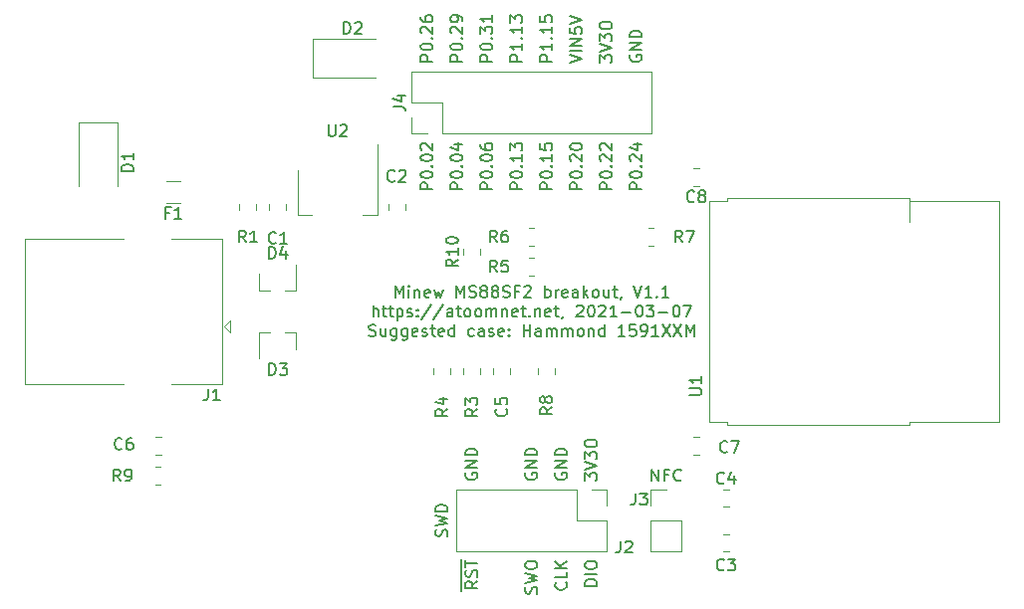
<source format=gbr>
G04 #@! TF.GenerationSoftware,KiCad,Pcbnew,(5.1.9)-1*
G04 #@! TF.CreationDate,2021-03-07T13:30:36+01:00*
G04 #@! TF.ProjectId,Minew MS88SF2 breakout,4d696e65-7720-44d5-9338-385346322062,rev?*
G04 #@! TF.SameCoordinates,Original*
G04 #@! TF.FileFunction,Legend,Top*
G04 #@! TF.FilePolarity,Positive*
%FSLAX46Y46*%
G04 Gerber Fmt 4.6, Leading zero omitted, Abs format (unit mm)*
G04 Created by KiCad (PCBNEW (5.1.9)-1) date 2021-03-07 13:30:36*
%MOMM*%
%LPD*%
G01*
G04 APERTURE LIST*
%ADD10C,0.150000*%
%ADD11C,0.120000*%
G04 APERTURE END LIST*
D10*
X10215714Y-14422380D02*
X10215714Y-13422380D01*
X10787142Y-14422380D01*
X10787142Y-13422380D01*
X11596666Y-13898571D02*
X11263333Y-13898571D01*
X11263333Y-14422380D02*
X11263333Y-13422380D01*
X11739523Y-13422380D01*
X12691904Y-14327142D02*
X12644285Y-14374761D01*
X12501428Y-14422380D01*
X12406190Y-14422380D01*
X12263333Y-14374761D01*
X12168095Y-14279523D01*
X12120476Y-14184285D01*
X12072857Y-13993809D01*
X12072857Y-13850952D01*
X12120476Y-13660476D01*
X12168095Y-13565238D01*
X12263333Y-13470000D01*
X12406190Y-13422380D01*
X12501428Y-13422380D01*
X12644285Y-13470000D01*
X12691904Y-13517619D01*
X-5580000Y-13745595D02*
X-5627619Y-13840833D01*
X-5627619Y-13983690D01*
X-5580000Y-14126547D01*
X-5484761Y-14221785D01*
X-5389523Y-14269404D01*
X-5199047Y-14317023D01*
X-5056190Y-14317023D01*
X-4865714Y-14269404D01*
X-4770476Y-14221785D01*
X-4675238Y-14126547D01*
X-4627619Y-13983690D01*
X-4627619Y-13888452D01*
X-4675238Y-13745595D01*
X-4722857Y-13697976D01*
X-5056190Y-13697976D01*
X-5056190Y-13888452D01*
X-4627619Y-13269404D02*
X-5627619Y-13269404D01*
X-4627619Y-12697976D01*
X-5627619Y-12697976D01*
X-4627619Y-12221785D02*
X-5627619Y-12221785D01*
X-5627619Y-11983690D01*
X-5580000Y-11840833D01*
X-5484761Y-11745595D01*
X-5389523Y-11697976D01*
X-5199047Y-11650357D01*
X-5056190Y-11650357D01*
X-4865714Y-11697976D01*
X-4770476Y-11745595D01*
X-4675238Y-11840833D01*
X-4627619Y-11983690D01*
X-4627619Y-12221785D01*
X-499999Y-13745595D02*
X-547619Y-13840833D01*
X-547619Y-13983690D01*
X-499999Y-14126547D01*
X-404761Y-14221785D01*
X-309523Y-14269404D01*
X-119047Y-14317023D01*
X23809Y-14317023D01*
X214285Y-14269404D01*
X309523Y-14221785D01*
X404761Y-14126547D01*
X452380Y-13983690D01*
X452380Y-13888452D01*
X404761Y-13745595D01*
X357142Y-13697976D01*
X23809Y-13697976D01*
X23809Y-13888452D01*
X452380Y-13269404D02*
X-547619Y-13269404D01*
X452380Y-12697976D01*
X-547619Y-12697976D01*
X452380Y-12221785D02*
X-547619Y-12221785D01*
X-547619Y-11983690D01*
X-499999Y-11840833D01*
X-404761Y-11745595D01*
X-309523Y-11697976D01*
X-119047Y-11650357D01*
X23809Y-11650357D01*
X214285Y-11697976D01*
X309523Y-11745595D01*
X404761Y-11840833D01*
X452380Y-11983690D01*
X452380Y-12221785D01*
X2040000Y-13745595D02*
X1992380Y-13840833D01*
X1992380Y-13983690D01*
X2040000Y-14126547D01*
X2135238Y-14221785D01*
X2230476Y-14269404D01*
X2420952Y-14317023D01*
X2563809Y-14317023D01*
X2754285Y-14269404D01*
X2849523Y-14221785D01*
X2944761Y-14126547D01*
X2992380Y-13983690D01*
X2992380Y-13888452D01*
X2944761Y-13745595D01*
X2897142Y-13697976D01*
X2563809Y-13697976D01*
X2563809Y-13888452D01*
X2992380Y-13269404D02*
X1992380Y-13269404D01*
X2992380Y-12697976D01*
X1992380Y-12697976D01*
X2992380Y-12221785D02*
X1992380Y-12221785D01*
X1992380Y-11983690D01*
X2040000Y-11840833D01*
X2135238Y-11745595D01*
X2230476Y-11697976D01*
X2420952Y-11650357D01*
X2563809Y-11650357D01*
X2754285Y-11697976D01*
X2849523Y-11745595D01*
X2944761Y-11840833D01*
X2992380Y-11983690D01*
X2992380Y-12221785D01*
X4532380Y-14364642D02*
X4532380Y-13745595D01*
X4913333Y-14078928D01*
X4913333Y-13936071D01*
X4960952Y-13840833D01*
X5008571Y-13793214D01*
X5103809Y-13745595D01*
X5341904Y-13745595D01*
X5437142Y-13793214D01*
X5484761Y-13840833D01*
X5532380Y-13936071D01*
X5532380Y-14221785D01*
X5484761Y-14317023D01*
X5437142Y-14364642D01*
X4532380Y-13459880D02*
X5532380Y-13126547D01*
X4532380Y-12793214D01*
X4532380Y-12555119D02*
X4532380Y-11936071D01*
X4913333Y-12269404D01*
X4913333Y-12126547D01*
X4960952Y-12031309D01*
X5008571Y-11983690D01*
X5103809Y-11936071D01*
X5341904Y-11936071D01*
X5437142Y-11983690D01*
X5484761Y-12031309D01*
X5532380Y-12126547D01*
X5532380Y-12412261D01*
X5484761Y-12507500D01*
X5437142Y-12555119D01*
X4532380Y-11317023D02*
X4532380Y-11126547D01*
X4580000Y-11031309D01*
X4675238Y-10936071D01*
X4865714Y-10888452D01*
X5199047Y-10888452D01*
X5389523Y-10936071D01*
X5484761Y-11031309D01*
X5532380Y-11126547D01*
X5532380Y-11317023D01*
X5484761Y-11412261D01*
X5389523Y-11507500D01*
X5199047Y-11555119D01*
X4865714Y-11555119D01*
X4675238Y-11507500D01*
X4580000Y-11412261D01*
X4532380Y-11317023D01*
X-5995000Y-23766785D02*
X-5995000Y-22766785D01*
X-4627619Y-22957261D02*
X-5103809Y-23290595D01*
X-4627619Y-23528690D02*
X-5627619Y-23528690D01*
X-5627619Y-23147738D01*
X-5580000Y-23052500D01*
X-5532380Y-23004880D01*
X-5437142Y-22957261D01*
X-5294285Y-22957261D01*
X-5199047Y-23004880D01*
X-5151428Y-23052500D01*
X-5103809Y-23147738D01*
X-5103809Y-23528690D01*
X-5995000Y-22766785D02*
X-5995000Y-21814404D01*
X-4675238Y-22576309D02*
X-4627619Y-22433452D01*
X-4627619Y-22195357D01*
X-4675238Y-22100119D01*
X-4722857Y-22052500D01*
X-4818095Y-22004880D01*
X-4913333Y-22004880D01*
X-5008571Y-22052500D01*
X-5056190Y-22100119D01*
X-5103809Y-22195357D01*
X-5151428Y-22385833D01*
X-5199047Y-22481071D01*
X-5246666Y-22528690D01*
X-5341904Y-22576309D01*
X-5437142Y-22576309D01*
X-5532380Y-22528690D01*
X-5580000Y-22481071D01*
X-5627619Y-22385833D01*
X-5627619Y-22147738D01*
X-5580000Y-22004880D01*
X-5995000Y-21814404D02*
X-5995000Y-21052500D01*
X-5627619Y-21719166D02*
X-5627619Y-21147738D01*
X-4627619Y-21433452D02*
X-5627619Y-21433452D01*
X404761Y-24004880D02*
X452380Y-23862023D01*
X452380Y-23623928D01*
X404761Y-23528690D01*
X357142Y-23481071D01*
X261904Y-23433452D01*
X166666Y-23433452D01*
X71428Y-23481071D01*
X23809Y-23528690D01*
X-23809Y-23623928D01*
X-71428Y-23814404D01*
X-119047Y-23909642D01*
X-166666Y-23957261D01*
X-261904Y-24004880D01*
X-357142Y-24004880D01*
X-452380Y-23957261D01*
X-500000Y-23909642D01*
X-547619Y-23814404D01*
X-547619Y-23576309D01*
X-500000Y-23433452D01*
X-547619Y-23100119D02*
X452380Y-22862023D01*
X-261904Y-22671547D01*
X452380Y-22481071D01*
X-547619Y-22242976D01*
X-547619Y-21671547D02*
X-547619Y-21481071D01*
X-500000Y-21385833D01*
X-404761Y-21290595D01*
X-214285Y-21242976D01*
X119047Y-21242976D01*
X309523Y-21290595D01*
X404761Y-21385833D01*
X452380Y-21481071D01*
X452380Y-21671547D01*
X404761Y-21766785D01*
X309523Y-21862023D01*
X119047Y-21909642D01*
X-214285Y-21909642D01*
X-404761Y-21862023D01*
X-500000Y-21766785D01*
X-547619Y-21671547D01*
X2897142Y-23052500D02*
X2944761Y-23100119D01*
X2992380Y-23242976D01*
X2992380Y-23338214D01*
X2944761Y-23481071D01*
X2849523Y-23576309D01*
X2754285Y-23623928D01*
X2563809Y-23671547D01*
X2420952Y-23671547D01*
X2230476Y-23623928D01*
X2135238Y-23576309D01*
X2039999Y-23481071D01*
X1992380Y-23338214D01*
X1992380Y-23242976D01*
X2040000Y-23100119D01*
X2087619Y-23052500D01*
X2992380Y-22147738D02*
X2992380Y-22623928D01*
X1992380Y-22623928D01*
X2992380Y-21814404D02*
X1992380Y-21814404D01*
X2992380Y-21242976D02*
X2420952Y-21671547D01*
X1992380Y-21242976D02*
X2563809Y-21814404D01*
X5532380Y-23338214D02*
X4532380Y-23338214D01*
X4532380Y-23100119D01*
X4580000Y-22957261D01*
X4675238Y-22862023D01*
X4770476Y-22814404D01*
X4960952Y-22766785D01*
X5103809Y-22766785D01*
X5294285Y-22814404D01*
X5389523Y-22862023D01*
X5484761Y-22957261D01*
X5532380Y-23100119D01*
X5532380Y-23338214D01*
X5532380Y-22338214D02*
X4532380Y-22338214D01*
X4532380Y-21671547D02*
X4532380Y-21481071D01*
X4580000Y-21385833D01*
X4675238Y-21290595D01*
X4865714Y-21242976D01*
X5199047Y-21242976D01*
X5389523Y-21290595D01*
X5484761Y-21385833D01*
X5532380Y-21481071D01*
X5532380Y-21671547D01*
X5484761Y-21766785D01*
X5389523Y-21862023D01*
X5199047Y-21909642D01*
X4865714Y-21909642D01*
X4675238Y-21862023D01*
X4580000Y-21766785D01*
X4532380Y-21671547D01*
X9342380Y10412261D02*
X8342380Y10412261D01*
X8342380Y10793214D01*
X8390000Y10888452D01*
X8437619Y10936071D01*
X8532857Y10983690D01*
X8675714Y10983690D01*
X8770952Y10936071D01*
X8818571Y10888452D01*
X8866190Y10793214D01*
X8866190Y10412261D01*
X8342380Y11602738D02*
X8342380Y11697976D01*
X8390000Y11793214D01*
X8437619Y11840833D01*
X8532857Y11888452D01*
X8723333Y11936071D01*
X8961428Y11936071D01*
X9151904Y11888452D01*
X9247142Y11840833D01*
X9294761Y11793214D01*
X9342380Y11697976D01*
X9342380Y11602738D01*
X9294761Y11507500D01*
X9247142Y11459880D01*
X9151904Y11412261D01*
X8961428Y11364642D01*
X8723333Y11364642D01*
X8532857Y11412261D01*
X8437619Y11459880D01*
X8390000Y11507500D01*
X8342380Y11602738D01*
X9247142Y12364642D02*
X9294761Y12412261D01*
X9342380Y12364642D01*
X9294761Y12317023D01*
X9247142Y12364642D01*
X9342380Y12364642D01*
X8437619Y12793214D02*
X8390000Y12840833D01*
X8342380Y12936071D01*
X8342380Y13174166D01*
X8390000Y13269404D01*
X8437619Y13317023D01*
X8532857Y13364642D01*
X8628095Y13364642D01*
X8770952Y13317023D01*
X9342380Y12745595D01*
X9342380Y13364642D01*
X8675714Y14221785D02*
X9342380Y14221785D01*
X8294761Y13983690D02*
X9009047Y13745595D01*
X9009047Y14364642D01*
X6802380Y10412261D02*
X5802380Y10412261D01*
X5802380Y10793214D01*
X5850000Y10888452D01*
X5897619Y10936071D01*
X5992857Y10983690D01*
X6135714Y10983690D01*
X6230952Y10936071D01*
X6278571Y10888452D01*
X6326190Y10793214D01*
X6326190Y10412261D01*
X5802380Y11602738D02*
X5802380Y11697976D01*
X5850000Y11793214D01*
X5897619Y11840833D01*
X5992857Y11888452D01*
X6183333Y11936071D01*
X6421428Y11936071D01*
X6611904Y11888452D01*
X6707142Y11840833D01*
X6754761Y11793214D01*
X6802380Y11697976D01*
X6802380Y11602738D01*
X6754761Y11507500D01*
X6707142Y11459880D01*
X6611904Y11412261D01*
X6421428Y11364642D01*
X6183333Y11364642D01*
X5992857Y11412261D01*
X5897619Y11459880D01*
X5850000Y11507500D01*
X5802380Y11602738D01*
X6707142Y12364642D02*
X6754761Y12412261D01*
X6802380Y12364642D01*
X6754761Y12317023D01*
X6707142Y12364642D01*
X6802380Y12364642D01*
X5897619Y12793214D02*
X5850000Y12840833D01*
X5802380Y12936071D01*
X5802380Y13174166D01*
X5850000Y13269404D01*
X5897619Y13317023D01*
X5992857Y13364642D01*
X6088095Y13364642D01*
X6230952Y13317023D01*
X6802380Y12745595D01*
X6802380Y13364642D01*
X5897619Y13745595D02*
X5850000Y13793214D01*
X5802380Y13888452D01*
X5802380Y14126547D01*
X5850000Y14221785D01*
X5897619Y14269404D01*
X5992857Y14317023D01*
X6088095Y14317023D01*
X6230952Y14269404D01*
X6802380Y13697976D01*
X6802380Y14317023D01*
X4262380Y10412261D02*
X3262380Y10412261D01*
X3262380Y10793214D01*
X3310000Y10888452D01*
X3357619Y10936071D01*
X3452857Y10983690D01*
X3595714Y10983690D01*
X3690952Y10936071D01*
X3738571Y10888452D01*
X3786190Y10793214D01*
X3786190Y10412261D01*
X3262380Y11602738D02*
X3262380Y11697976D01*
X3310000Y11793214D01*
X3357619Y11840833D01*
X3452857Y11888452D01*
X3643333Y11936071D01*
X3881428Y11936071D01*
X4071904Y11888452D01*
X4167142Y11840833D01*
X4214761Y11793214D01*
X4262380Y11697976D01*
X4262380Y11602738D01*
X4214761Y11507500D01*
X4167142Y11459880D01*
X4071904Y11412261D01*
X3881428Y11364642D01*
X3643333Y11364642D01*
X3452857Y11412261D01*
X3357619Y11459880D01*
X3310000Y11507500D01*
X3262380Y11602738D01*
X4167142Y12364642D02*
X4214761Y12412261D01*
X4262380Y12364642D01*
X4214761Y12317023D01*
X4167142Y12364642D01*
X4262380Y12364642D01*
X3357619Y12793214D02*
X3310000Y12840833D01*
X3262380Y12936071D01*
X3262380Y13174166D01*
X3310000Y13269404D01*
X3357619Y13317023D01*
X3452857Y13364642D01*
X3548095Y13364642D01*
X3690952Y13317023D01*
X4262380Y12745595D01*
X4262380Y13364642D01*
X3262380Y13983690D02*
X3262380Y14078928D01*
X3310000Y14174166D01*
X3357619Y14221785D01*
X3452857Y14269404D01*
X3643333Y14317023D01*
X3881428Y14317023D01*
X4071904Y14269404D01*
X4167142Y14221785D01*
X4214761Y14174166D01*
X4262380Y14078928D01*
X4262380Y13983690D01*
X4214761Y13888452D01*
X4167142Y13840833D01*
X4071904Y13793214D01*
X3881428Y13745595D01*
X3643333Y13745595D01*
X3452857Y13793214D01*
X3357619Y13840833D01*
X3310000Y13888452D01*
X3262380Y13983690D01*
X1722380Y10412261D02*
X722380Y10412261D01*
X722380Y10793214D01*
X769999Y10888452D01*
X817619Y10936071D01*
X912857Y10983690D01*
X1055714Y10983690D01*
X1150952Y10936071D01*
X1198571Y10888452D01*
X1246190Y10793214D01*
X1246190Y10412261D01*
X722380Y11602738D02*
X722380Y11697976D01*
X769999Y11793214D01*
X817619Y11840833D01*
X912857Y11888452D01*
X1103333Y11936071D01*
X1341428Y11936071D01*
X1531904Y11888452D01*
X1627142Y11840833D01*
X1674761Y11793214D01*
X1722380Y11697976D01*
X1722380Y11602738D01*
X1674761Y11507500D01*
X1627142Y11459880D01*
X1531904Y11412261D01*
X1341428Y11364642D01*
X1103333Y11364642D01*
X912857Y11412261D01*
X817619Y11459880D01*
X769999Y11507500D01*
X722380Y11602738D01*
X1627142Y12364642D02*
X1674761Y12412261D01*
X1722380Y12364642D01*
X1674761Y12317023D01*
X1627142Y12364642D01*
X1722380Y12364642D01*
X1722380Y13364642D02*
X1722380Y12793214D01*
X1722380Y13078928D02*
X722380Y13078928D01*
X865238Y12983690D01*
X960476Y12888452D01*
X1008095Y12793214D01*
X722380Y14269404D02*
X722380Y13793214D01*
X1198571Y13745595D01*
X1150952Y13793214D01*
X1103333Y13888452D01*
X1103333Y14126547D01*
X1150952Y14221785D01*
X1198571Y14269404D01*
X1293809Y14317023D01*
X1531904Y14317023D01*
X1627142Y14269404D01*
X1674761Y14221785D01*
X1722380Y14126547D01*
X1722380Y13888452D01*
X1674761Y13793214D01*
X1627142Y13745595D01*
X-817619Y10412261D02*
X-1817619Y10412261D01*
X-1817619Y10793214D01*
X-1770000Y10888452D01*
X-1722380Y10936071D01*
X-1627142Y10983690D01*
X-1484285Y10983690D01*
X-1389047Y10936071D01*
X-1341428Y10888452D01*
X-1293809Y10793214D01*
X-1293809Y10412261D01*
X-1817619Y11602738D02*
X-1817619Y11697976D01*
X-1770000Y11793214D01*
X-1722380Y11840833D01*
X-1627142Y11888452D01*
X-1436666Y11936071D01*
X-1198571Y11936071D01*
X-1008095Y11888452D01*
X-912857Y11840833D01*
X-865238Y11793214D01*
X-817619Y11697976D01*
X-817619Y11602738D01*
X-865238Y11507500D01*
X-912857Y11459880D01*
X-1008095Y11412261D01*
X-1198571Y11364642D01*
X-1436666Y11364642D01*
X-1627142Y11412261D01*
X-1722380Y11459880D01*
X-1770000Y11507500D01*
X-1817619Y11602738D01*
X-912857Y12364642D02*
X-865238Y12412261D01*
X-817619Y12364642D01*
X-865238Y12317023D01*
X-912857Y12364642D01*
X-817619Y12364642D01*
X-817619Y13364642D02*
X-817619Y12793214D01*
X-817619Y13078928D02*
X-1817619Y13078928D01*
X-1674761Y12983690D01*
X-1579523Y12888452D01*
X-1531904Y12793214D01*
X-1817619Y13697976D02*
X-1817619Y14317023D01*
X-1436666Y13983690D01*
X-1436666Y14126547D01*
X-1389047Y14221785D01*
X-1341428Y14269404D01*
X-1246190Y14317023D01*
X-1008095Y14317023D01*
X-912857Y14269404D01*
X-865238Y14221785D01*
X-817619Y14126547D01*
X-817619Y13840833D01*
X-865238Y13745595D01*
X-912857Y13697976D01*
X-3357619Y10412261D02*
X-4357619Y10412261D01*
X-4357619Y10793214D01*
X-4310000Y10888452D01*
X-4262380Y10936071D01*
X-4167142Y10983690D01*
X-4024285Y10983690D01*
X-3929047Y10936071D01*
X-3881428Y10888452D01*
X-3833809Y10793214D01*
X-3833809Y10412261D01*
X-4357619Y11602738D02*
X-4357619Y11697976D01*
X-4310000Y11793214D01*
X-4262380Y11840833D01*
X-4167142Y11888452D01*
X-3976666Y11936071D01*
X-3738571Y11936071D01*
X-3548095Y11888452D01*
X-3452857Y11840833D01*
X-3405238Y11793214D01*
X-3357619Y11697976D01*
X-3357619Y11602738D01*
X-3405238Y11507500D01*
X-3452857Y11459880D01*
X-3548095Y11412261D01*
X-3738571Y11364642D01*
X-3976666Y11364642D01*
X-4167142Y11412261D01*
X-4262380Y11459880D01*
X-4310000Y11507500D01*
X-4357619Y11602738D01*
X-3452857Y12364642D02*
X-3405238Y12412261D01*
X-3357619Y12364642D01*
X-3405238Y12317023D01*
X-3452857Y12364642D01*
X-3357619Y12364642D01*
X-4357619Y13031309D02*
X-4357619Y13126547D01*
X-4310000Y13221785D01*
X-4262380Y13269404D01*
X-4167142Y13317023D01*
X-3976666Y13364642D01*
X-3738571Y13364642D01*
X-3548095Y13317023D01*
X-3452857Y13269404D01*
X-3405238Y13221785D01*
X-3357619Y13126547D01*
X-3357619Y13031309D01*
X-3405238Y12936071D01*
X-3452857Y12888452D01*
X-3548095Y12840833D01*
X-3738571Y12793214D01*
X-3976666Y12793214D01*
X-4167142Y12840833D01*
X-4262380Y12888452D01*
X-4310000Y12936071D01*
X-4357619Y13031309D01*
X-4357619Y14221785D02*
X-4357619Y14031309D01*
X-4310000Y13936071D01*
X-4262380Y13888452D01*
X-4119523Y13793214D01*
X-3929047Y13745595D01*
X-3548095Y13745595D01*
X-3452857Y13793214D01*
X-3405238Y13840833D01*
X-3357619Y13936071D01*
X-3357619Y14126547D01*
X-3405238Y14221785D01*
X-3452857Y14269404D01*
X-3548095Y14317023D01*
X-3786190Y14317023D01*
X-3881428Y14269404D01*
X-3929047Y14221785D01*
X-3976666Y14126547D01*
X-3976666Y13936071D01*
X-3929047Y13840833D01*
X-3881428Y13793214D01*
X-3786190Y13745595D01*
X-5897619Y10412261D02*
X-6897619Y10412261D01*
X-6897619Y10793214D01*
X-6850000Y10888452D01*
X-6802380Y10936071D01*
X-6707142Y10983690D01*
X-6564285Y10983690D01*
X-6469047Y10936071D01*
X-6421428Y10888452D01*
X-6373809Y10793214D01*
X-6373809Y10412261D01*
X-6897619Y11602738D02*
X-6897619Y11697976D01*
X-6850000Y11793214D01*
X-6802380Y11840833D01*
X-6707142Y11888452D01*
X-6516666Y11936071D01*
X-6278571Y11936071D01*
X-6088095Y11888452D01*
X-5992857Y11840833D01*
X-5945238Y11793214D01*
X-5897619Y11697976D01*
X-5897619Y11602738D01*
X-5945238Y11507500D01*
X-5992857Y11459880D01*
X-6088095Y11412261D01*
X-6278571Y11364642D01*
X-6516666Y11364642D01*
X-6707142Y11412261D01*
X-6802380Y11459880D01*
X-6850000Y11507500D01*
X-6897619Y11602738D01*
X-5992857Y12364642D02*
X-5945238Y12412261D01*
X-5897619Y12364642D01*
X-5945238Y12317023D01*
X-5992857Y12364642D01*
X-5897619Y12364642D01*
X-6897619Y13031309D02*
X-6897619Y13126547D01*
X-6850000Y13221785D01*
X-6802380Y13269404D01*
X-6707142Y13317023D01*
X-6516666Y13364642D01*
X-6278571Y13364642D01*
X-6088095Y13317023D01*
X-5992857Y13269404D01*
X-5945238Y13221785D01*
X-5897619Y13126547D01*
X-5897619Y13031309D01*
X-5945238Y12936071D01*
X-5992857Y12888452D01*
X-6088095Y12840833D01*
X-6278571Y12793214D01*
X-6516666Y12793214D01*
X-6707142Y12840833D01*
X-6802380Y12888452D01*
X-6850000Y12936071D01*
X-6897619Y13031309D01*
X-6564285Y14221785D02*
X-5897619Y14221785D01*
X-6945238Y13983690D02*
X-6230952Y13745595D01*
X-6230952Y14364642D01*
X-8437619Y10412261D02*
X-9437619Y10412261D01*
X-9437619Y10793214D01*
X-9390000Y10888452D01*
X-9342380Y10936071D01*
X-9247142Y10983690D01*
X-9104285Y10983690D01*
X-9009047Y10936071D01*
X-8961428Y10888452D01*
X-8913809Y10793214D01*
X-8913809Y10412261D01*
X-9437619Y11602738D02*
X-9437619Y11697976D01*
X-9390000Y11793214D01*
X-9342380Y11840833D01*
X-9247142Y11888452D01*
X-9056666Y11936071D01*
X-8818571Y11936071D01*
X-8628095Y11888452D01*
X-8532857Y11840833D01*
X-8485238Y11793214D01*
X-8437619Y11697976D01*
X-8437619Y11602738D01*
X-8485238Y11507500D01*
X-8532857Y11459880D01*
X-8628095Y11412261D01*
X-8818571Y11364642D01*
X-9056666Y11364642D01*
X-9247142Y11412261D01*
X-9342380Y11459880D01*
X-9390000Y11507500D01*
X-9437619Y11602738D01*
X-8532857Y12364642D02*
X-8485238Y12412261D01*
X-8437619Y12364642D01*
X-8485238Y12317023D01*
X-8532857Y12364642D01*
X-8437619Y12364642D01*
X-9437619Y13031309D02*
X-9437619Y13126547D01*
X-9390000Y13221785D01*
X-9342380Y13269404D01*
X-9247142Y13317023D01*
X-9056666Y13364642D01*
X-8818571Y13364642D01*
X-8628095Y13317023D01*
X-8532857Y13269404D01*
X-8485238Y13221785D01*
X-8437619Y13126547D01*
X-8437619Y13031309D01*
X-8485238Y12936071D01*
X-8532857Y12888452D01*
X-8628095Y12840833D01*
X-8818571Y12793214D01*
X-9056666Y12793214D01*
X-9247142Y12840833D01*
X-9342380Y12888452D01*
X-9390000Y12936071D01*
X-9437619Y13031309D01*
X-9342380Y13745595D02*
X-9390000Y13793214D01*
X-9437619Y13888452D01*
X-9437619Y14126547D01*
X-9390000Y14221785D01*
X-9342380Y14269404D01*
X-9247142Y14317023D01*
X-9151904Y14317023D01*
X-9009047Y14269404D01*
X-8437619Y13697976D01*
X-8437619Y14317023D01*
X8390000Y21814404D02*
X8342380Y21719166D01*
X8342380Y21576309D01*
X8390000Y21433452D01*
X8485238Y21338214D01*
X8580476Y21290595D01*
X8770952Y21242976D01*
X8913809Y21242976D01*
X9104285Y21290595D01*
X9199523Y21338214D01*
X9294761Y21433452D01*
X9342380Y21576309D01*
X9342380Y21671547D01*
X9294761Y21814404D01*
X9247142Y21862023D01*
X8913809Y21862023D01*
X8913809Y21671547D01*
X9342380Y22290595D02*
X8342380Y22290595D01*
X9342380Y22862023D01*
X8342380Y22862023D01*
X9342380Y23338214D02*
X8342380Y23338214D01*
X8342380Y23576309D01*
X8390000Y23719166D01*
X8485238Y23814404D01*
X8580476Y23862023D01*
X8770952Y23909642D01*
X8913809Y23909642D01*
X9104285Y23862023D01*
X9199523Y23814404D01*
X9294761Y23719166D01*
X9342380Y23576309D01*
X9342380Y23338214D01*
X5802380Y21195357D02*
X5802380Y21814404D01*
X6183333Y21481071D01*
X6183333Y21623928D01*
X6230952Y21719166D01*
X6278571Y21766785D01*
X6373809Y21814404D01*
X6611904Y21814404D01*
X6707142Y21766785D01*
X6754761Y21719166D01*
X6802380Y21623928D01*
X6802380Y21338214D01*
X6754761Y21242976D01*
X6707142Y21195357D01*
X5802380Y22100119D02*
X6802380Y22433452D01*
X5802380Y22766785D01*
X5802380Y23004880D02*
X5802380Y23623928D01*
X6183333Y23290595D01*
X6183333Y23433452D01*
X6230952Y23528690D01*
X6278571Y23576309D01*
X6373809Y23623928D01*
X6611904Y23623928D01*
X6707142Y23576309D01*
X6754761Y23528690D01*
X6802380Y23433452D01*
X6802380Y23147738D01*
X6754761Y23052500D01*
X6707142Y23004880D01*
X5802380Y24242976D02*
X5802380Y24433452D01*
X5850000Y24528690D01*
X5945238Y24623928D01*
X6135714Y24671547D01*
X6469047Y24671547D01*
X6659523Y24623928D01*
X6754761Y24528690D01*
X6802380Y24433452D01*
X6802380Y24242976D01*
X6754761Y24147738D01*
X6659523Y24052500D01*
X6469047Y24004880D01*
X6135714Y24004880D01*
X5945238Y24052500D01*
X5850000Y24147738D01*
X5802380Y24242976D01*
X3262380Y21147738D02*
X4262380Y21481071D01*
X3262380Y21814404D01*
X4262380Y22147738D02*
X3262380Y22147738D01*
X4262380Y22623928D02*
X3262380Y22623928D01*
X4262380Y23195357D01*
X3262380Y23195357D01*
X3262380Y24147738D02*
X3262380Y23671547D01*
X3738571Y23623928D01*
X3690952Y23671547D01*
X3643333Y23766785D01*
X3643333Y24004880D01*
X3690952Y24100119D01*
X3738571Y24147738D01*
X3833809Y24195357D01*
X4071904Y24195357D01*
X4167142Y24147738D01*
X4214761Y24100119D01*
X4262380Y24004880D01*
X4262380Y23766785D01*
X4214761Y23671547D01*
X4167142Y23623928D01*
X3262380Y24481071D02*
X4262380Y24814404D01*
X3262380Y25147738D01*
X1722380Y21290595D02*
X722380Y21290595D01*
X722380Y21671547D01*
X770000Y21766785D01*
X817619Y21814404D01*
X912857Y21862023D01*
X1055714Y21862023D01*
X1150952Y21814404D01*
X1198571Y21766785D01*
X1246190Y21671547D01*
X1246190Y21290595D01*
X1722380Y22814404D02*
X1722380Y22242976D01*
X1722380Y22528690D02*
X722380Y22528690D01*
X865238Y22433452D01*
X960476Y22338214D01*
X1008095Y22242976D01*
X1627142Y23242976D02*
X1674761Y23290595D01*
X1722380Y23242976D01*
X1674761Y23195357D01*
X1627142Y23242976D01*
X1722380Y23242976D01*
X1722380Y24242976D02*
X1722380Y23671547D01*
X1722380Y23957261D02*
X722380Y23957261D01*
X865238Y23862023D01*
X960476Y23766785D01*
X1008095Y23671547D01*
X722380Y25147738D02*
X722380Y24671547D01*
X1198571Y24623928D01*
X1150952Y24671547D01*
X1103333Y24766785D01*
X1103333Y25004880D01*
X1150952Y25100119D01*
X1198571Y25147738D01*
X1293809Y25195357D01*
X1531904Y25195357D01*
X1627142Y25147738D01*
X1674761Y25100119D01*
X1722380Y25004880D01*
X1722380Y24766785D01*
X1674761Y24671547D01*
X1627142Y24623928D01*
X-817619Y21290595D02*
X-1817619Y21290595D01*
X-1817619Y21671547D01*
X-1770000Y21766785D01*
X-1722380Y21814404D01*
X-1627142Y21862023D01*
X-1484285Y21862023D01*
X-1389047Y21814404D01*
X-1341428Y21766785D01*
X-1293809Y21671547D01*
X-1293809Y21290595D01*
X-817619Y22814404D02*
X-817619Y22242976D01*
X-817619Y22528690D02*
X-1817619Y22528690D01*
X-1674761Y22433452D01*
X-1579523Y22338214D01*
X-1531904Y22242976D01*
X-912857Y23242976D02*
X-865238Y23290595D01*
X-817619Y23242976D01*
X-865238Y23195357D01*
X-912857Y23242976D01*
X-817619Y23242976D01*
X-817619Y24242976D02*
X-817619Y23671547D01*
X-817619Y23957261D02*
X-1817619Y23957261D01*
X-1674761Y23862023D01*
X-1579523Y23766785D01*
X-1531904Y23671547D01*
X-1817619Y24576309D02*
X-1817619Y25195357D01*
X-1436666Y24862023D01*
X-1436666Y25004880D01*
X-1389047Y25100119D01*
X-1341428Y25147738D01*
X-1246190Y25195357D01*
X-1008095Y25195357D01*
X-912857Y25147738D01*
X-865238Y25100119D01*
X-817619Y25004880D01*
X-817619Y24719166D01*
X-865238Y24623928D01*
X-912857Y24576309D01*
X-3357619Y21290595D02*
X-4357619Y21290595D01*
X-4357619Y21671547D01*
X-4310000Y21766785D01*
X-4262380Y21814404D01*
X-4167142Y21862023D01*
X-4024285Y21862023D01*
X-3929047Y21814404D01*
X-3881428Y21766785D01*
X-3833809Y21671547D01*
X-3833809Y21290595D01*
X-4357619Y22481071D02*
X-4357619Y22576309D01*
X-4310000Y22671547D01*
X-4262380Y22719166D01*
X-4167142Y22766785D01*
X-3976666Y22814404D01*
X-3738571Y22814404D01*
X-3548095Y22766785D01*
X-3452857Y22719166D01*
X-3405238Y22671547D01*
X-3357619Y22576309D01*
X-3357619Y22481071D01*
X-3405238Y22385833D01*
X-3452857Y22338214D01*
X-3548095Y22290595D01*
X-3738571Y22242976D01*
X-3976666Y22242976D01*
X-4167142Y22290595D01*
X-4262380Y22338214D01*
X-4310000Y22385833D01*
X-4357619Y22481071D01*
X-3452857Y23242976D02*
X-3405238Y23290595D01*
X-3357619Y23242976D01*
X-3405238Y23195357D01*
X-3452857Y23242976D01*
X-3357619Y23242976D01*
X-4357619Y23623928D02*
X-4357619Y24242976D01*
X-3976666Y23909642D01*
X-3976666Y24052500D01*
X-3929047Y24147738D01*
X-3881428Y24195357D01*
X-3786190Y24242976D01*
X-3548095Y24242976D01*
X-3452857Y24195357D01*
X-3405238Y24147738D01*
X-3357619Y24052500D01*
X-3357619Y23766785D01*
X-3405238Y23671547D01*
X-3452857Y23623928D01*
X-3357619Y25195357D02*
X-3357619Y24623928D01*
X-3357619Y24909642D02*
X-4357619Y24909642D01*
X-4214761Y24814404D01*
X-4119523Y24719166D01*
X-4071904Y24623928D01*
X-5897619Y21290595D02*
X-6897619Y21290595D01*
X-6897619Y21671547D01*
X-6850000Y21766785D01*
X-6802380Y21814404D01*
X-6707142Y21862023D01*
X-6564285Y21862023D01*
X-6469047Y21814404D01*
X-6421428Y21766785D01*
X-6373809Y21671547D01*
X-6373809Y21290595D01*
X-6897619Y22481071D02*
X-6897619Y22576309D01*
X-6850000Y22671547D01*
X-6802380Y22719166D01*
X-6707142Y22766785D01*
X-6516666Y22814404D01*
X-6278571Y22814404D01*
X-6088095Y22766785D01*
X-5992857Y22719166D01*
X-5945238Y22671547D01*
X-5897619Y22576309D01*
X-5897619Y22481071D01*
X-5945238Y22385833D01*
X-5992857Y22338214D01*
X-6088095Y22290595D01*
X-6278571Y22242976D01*
X-6516666Y22242976D01*
X-6707142Y22290595D01*
X-6802380Y22338214D01*
X-6850000Y22385833D01*
X-6897619Y22481071D01*
X-5992857Y23242976D02*
X-5945238Y23290595D01*
X-5897619Y23242976D01*
X-5945238Y23195357D01*
X-5992857Y23242976D01*
X-5897619Y23242976D01*
X-6802380Y23671547D02*
X-6850000Y23719166D01*
X-6897619Y23814404D01*
X-6897619Y24052500D01*
X-6850000Y24147738D01*
X-6802380Y24195357D01*
X-6707142Y24242976D01*
X-6611904Y24242976D01*
X-6469047Y24195357D01*
X-5897619Y23623928D01*
X-5897619Y24242976D01*
X-5897619Y24719166D02*
X-5897619Y24909642D01*
X-5945238Y25004880D01*
X-5992857Y25052500D01*
X-6135714Y25147738D01*
X-6326190Y25195357D01*
X-6707142Y25195357D01*
X-6802380Y25147738D01*
X-6850000Y25100119D01*
X-6897619Y25004880D01*
X-6897619Y24814404D01*
X-6850000Y24719166D01*
X-6802380Y24671547D01*
X-6707142Y24623928D01*
X-6469047Y24623928D01*
X-6373809Y24671547D01*
X-6326190Y24719166D01*
X-6278571Y24814404D01*
X-6278571Y25004880D01*
X-6326190Y25100119D01*
X-6373809Y25147738D01*
X-6469047Y25195357D01*
X-8437619Y21290595D02*
X-9437619Y21290595D01*
X-9437619Y21671547D01*
X-9390000Y21766785D01*
X-9342380Y21814404D01*
X-9247142Y21862023D01*
X-9104285Y21862023D01*
X-9009047Y21814404D01*
X-8961428Y21766785D01*
X-8913809Y21671547D01*
X-8913809Y21290595D01*
X-9437619Y22481071D02*
X-9437619Y22576309D01*
X-9390000Y22671547D01*
X-9342380Y22719166D01*
X-9247142Y22766785D01*
X-9056666Y22814404D01*
X-8818571Y22814404D01*
X-8628095Y22766785D01*
X-8532857Y22719166D01*
X-8485238Y22671547D01*
X-8437619Y22576309D01*
X-8437619Y22481071D01*
X-8485238Y22385833D01*
X-8532857Y22338214D01*
X-8628095Y22290595D01*
X-8818571Y22242976D01*
X-9056666Y22242976D01*
X-9247142Y22290595D01*
X-9342380Y22338214D01*
X-9390000Y22385833D01*
X-9437619Y22481071D01*
X-8532857Y23242976D02*
X-8485238Y23290595D01*
X-8437619Y23242976D01*
X-8485238Y23195357D01*
X-8532857Y23242976D01*
X-8437619Y23242976D01*
X-9342380Y23671547D02*
X-9390000Y23719166D01*
X-9437619Y23814404D01*
X-9437619Y24052500D01*
X-9390000Y24147738D01*
X-9342380Y24195357D01*
X-9247142Y24242976D01*
X-9151904Y24242976D01*
X-9009047Y24195357D01*
X-8437619Y23623928D01*
X-8437619Y24242976D01*
X-9437619Y25100119D02*
X-9437619Y24909642D01*
X-9390000Y24814404D01*
X-9342380Y24766785D01*
X-9199523Y24671547D01*
X-9009047Y24623928D01*
X-8628095Y24623928D01*
X-8532857Y24671547D01*
X-8485238Y24719166D01*
X-8437619Y24814404D01*
X-8437619Y25004880D01*
X-8485238Y25100119D01*
X-8532857Y25147738D01*
X-8628095Y25195357D01*
X-8866190Y25195357D01*
X-8961428Y25147738D01*
X-9009047Y25100119D01*
X-9056666Y25004880D01*
X-9056666Y24814404D01*
X-9009047Y24719166D01*
X-8961428Y24671547D01*
X-8866190Y24623928D01*
X-7215238Y-19137142D02*
X-7167619Y-18994285D01*
X-7167619Y-18756190D01*
X-7215238Y-18660952D01*
X-7262857Y-18613333D01*
X-7358095Y-18565714D01*
X-7453333Y-18565714D01*
X-7548571Y-18613333D01*
X-7596190Y-18660952D01*
X-7643809Y-18756190D01*
X-7691428Y-18946666D01*
X-7739047Y-19041904D01*
X-7786666Y-19089523D01*
X-7881904Y-19137142D01*
X-7977142Y-19137142D01*
X-8072380Y-19089523D01*
X-8120000Y-19041904D01*
X-8167619Y-18946666D01*
X-8167619Y-18708571D01*
X-8120000Y-18565714D01*
X-8167619Y-18232380D02*
X-7167619Y-17994285D01*
X-7881904Y-17803809D01*
X-7167619Y-17613333D01*
X-8167619Y-17375238D01*
X-7167619Y-16994285D02*
X-8167619Y-16994285D01*
X-8167619Y-16756190D01*
X-8120000Y-16613333D01*
X-8024761Y-16518095D01*
X-7929523Y-16470476D01*
X-7739047Y-16422857D01*
X-7596190Y-16422857D01*
X-7405714Y-16470476D01*
X-7310476Y-16518095D01*
X-7215238Y-16613333D01*
X-7167619Y-16756190D01*
X-7167619Y-16994285D01*
X-11595238Y1197619D02*
X-11595238Y2197619D01*
X-11261904Y1483333D01*
X-10928571Y2197619D01*
X-10928571Y1197619D01*
X-10452380Y1197619D02*
X-10452380Y1864285D01*
X-10452380Y2197619D02*
X-10500000Y2150000D01*
X-10452380Y2102380D01*
X-10404761Y2150000D01*
X-10452380Y2197619D01*
X-10452380Y2102380D01*
X-9976190Y1864285D02*
X-9976190Y1197619D01*
X-9976190Y1769047D02*
X-9928571Y1816666D01*
X-9833333Y1864285D01*
X-9690476Y1864285D01*
X-9595238Y1816666D01*
X-9547619Y1721428D01*
X-9547619Y1197619D01*
X-8690476Y1245238D02*
X-8785714Y1197619D01*
X-8976190Y1197619D01*
X-9071428Y1245238D01*
X-9119047Y1340476D01*
X-9119047Y1721428D01*
X-9071428Y1816666D01*
X-8976190Y1864285D01*
X-8785714Y1864285D01*
X-8690476Y1816666D01*
X-8642857Y1721428D01*
X-8642857Y1626190D01*
X-9119047Y1530952D01*
X-8309523Y1864285D02*
X-8119047Y1197619D01*
X-7928571Y1673809D01*
X-7738095Y1197619D01*
X-7547619Y1864285D01*
X-6404761Y1197619D02*
X-6404761Y2197619D01*
X-6071428Y1483333D01*
X-5738095Y2197619D01*
X-5738095Y1197619D01*
X-5309523Y1245238D02*
X-5166666Y1197619D01*
X-4928571Y1197619D01*
X-4833333Y1245238D01*
X-4785714Y1292857D01*
X-4738095Y1388095D01*
X-4738095Y1483333D01*
X-4785714Y1578571D01*
X-4833333Y1626190D01*
X-4928571Y1673809D01*
X-5119047Y1721428D01*
X-5214285Y1769047D01*
X-5261904Y1816666D01*
X-5309523Y1911904D01*
X-5309523Y2007142D01*
X-5261904Y2102380D01*
X-5214285Y2150000D01*
X-5119047Y2197619D01*
X-4880952Y2197619D01*
X-4738095Y2150000D01*
X-4166666Y1769047D02*
X-4261904Y1816666D01*
X-4309523Y1864285D01*
X-4357142Y1959523D01*
X-4357142Y2007142D01*
X-4309523Y2102380D01*
X-4261904Y2150000D01*
X-4166666Y2197619D01*
X-3976190Y2197619D01*
X-3880952Y2150000D01*
X-3833333Y2102380D01*
X-3785714Y2007142D01*
X-3785714Y1959523D01*
X-3833333Y1864285D01*
X-3880952Y1816666D01*
X-3976190Y1769047D01*
X-4166666Y1769047D01*
X-4261904Y1721428D01*
X-4309523Y1673809D01*
X-4357142Y1578571D01*
X-4357142Y1388095D01*
X-4309523Y1292857D01*
X-4261904Y1245238D01*
X-4166666Y1197619D01*
X-3976190Y1197619D01*
X-3880952Y1245238D01*
X-3833333Y1292857D01*
X-3785714Y1388095D01*
X-3785714Y1578571D01*
X-3833333Y1673809D01*
X-3880952Y1721428D01*
X-3976190Y1769047D01*
X-3214285Y1769047D02*
X-3309523Y1816666D01*
X-3357142Y1864285D01*
X-3404761Y1959523D01*
X-3404761Y2007142D01*
X-3357142Y2102380D01*
X-3309523Y2150000D01*
X-3214285Y2197619D01*
X-3023809Y2197619D01*
X-2928571Y2150000D01*
X-2880952Y2102380D01*
X-2833333Y2007142D01*
X-2833333Y1959523D01*
X-2880952Y1864285D01*
X-2928571Y1816666D01*
X-3023809Y1769047D01*
X-3214285Y1769047D01*
X-3309523Y1721428D01*
X-3357142Y1673809D01*
X-3404761Y1578571D01*
X-3404761Y1388095D01*
X-3357142Y1292857D01*
X-3309523Y1245238D01*
X-3214285Y1197619D01*
X-3023809Y1197619D01*
X-2928571Y1245238D01*
X-2880952Y1292857D01*
X-2833333Y1388095D01*
X-2833333Y1578571D01*
X-2880952Y1673809D01*
X-2928571Y1721428D01*
X-3023809Y1769047D01*
X-2452380Y1245238D02*
X-2309523Y1197619D01*
X-2071428Y1197619D01*
X-1976190Y1245238D01*
X-1928571Y1292857D01*
X-1880952Y1388095D01*
X-1880952Y1483333D01*
X-1928571Y1578571D01*
X-1976190Y1626190D01*
X-2071428Y1673809D01*
X-2261904Y1721428D01*
X-2357142Y1769047D01*
X-2404761Y1816666D01*
X-2452380Y1911904D01*
X-2452380Y2007142D01*
X-2404761Y2102380D01*
X-2357142Y2150000D01*
X-2261904Y2197619D01*
X-2023809Y2197619D01*
X-1880952Y2150000D01*
X-1119047Y1721428D02*
X-1452380Y1721428D01*
X-1452380Y1197619D02*
X-1452380Y2197619D01*
X-976190Y2197619D01*
X-642857Y2102380D02*
X-595238Y2150000D01*
X-500000Y2197619D01*
X-261904Y2197619D01*
X-166666Y2150000D01*
X-119047Y2102380D01*
X-71428Y2007142D01*
X-71428Y1911904D01*
X-119047Y1769047D01*
X-690476Y1197619D01*
X-71428Y1197619D01*
X1119047Y1197619D02*
X1119047Y2197619D01*
X1119047Y1816666D02*
X1214285Y1864285D01*
X1404761Y1864285D01*
X1499999Y1816666D01*
X1547619Y1769047D01*
X1595238Y1673809D01*
X1595238Y1388095D01*
X1547619Y1292857D01*
X1499999Y1245238D01*
X1404761Y1197619D01*
X1214285Y1197619D01*
X1119047Y1245238D01*
X2023809Y1197619D02*
X2023809Y1864285D01*
X2023809Y1673809D02*
X2071428Y1769047D01*
X2119047Y1816666D01*
X2214285Y1864285D01*
X2309523Y1864285D01*
X3023809Y1245238D02*
X2928571Y1197619D01*
X2738095Y1197619D01*
X2642857Y1245238D01*
X2595238Y1340476D01*
X2595238Y1721428D01*
X2642857Y1816666D01*
X2738095Y1864285D01*
X2928571Y1864285D01*
X3023809Y1816666D01*
X3071428Y1721428D01*
X3071428Y1626190D01*
X2595238Y1530952D01*
X3928571Y1197619D02*
X3928571Y1721428D01*
X3880952Y1816666D01*
X3785714Y1864285D01*
X3595238Y1864285D01*
X3499999Y1816666D01*
X3928571Y1245238D02*
X3833333Y1197619D01*
X3595238Y1197619D01*
X3499999Y1245238D01*
X3452380Y1340476D01*
X3452380Y1435714D01*
X3499999Y1530952D01*
X3595238Y1578571D01*
X3833333Y1578571D01*
X3928571Y1626190D01*
X4404761Y1197619D02*
X4404761Y2197619D01*
X4499999Y1578571D02*
X4785714Y1197619D01*
X4785714Y1864285D02*
X4404761Y1483333D01*
X5357142Y1197619D02*
X5261904Y1245238D01*
X5214285Y1292857D01*
X5166666Y1388095D01*
X5166666Y1673809D01*
X5214285Y1769047D01*
X5261904Y1816666D01*
X5357142Y1864285D01*
X5499999Y1864285D01*
X5595238Y1816666D01*
X5642857Y1769047D01*
X5690476Y1673809D01*
X5690476Y1388095D01*
X5642857Y1292857D01*
X5595238Y1245238D01*
X5499999Y1197619D01*
X5357142Y1197619D01*
X6547619Y1864285D02*
X6547619Y1197619D01*
X6119047Y1864285D02*
X6119047Y1340476D01*
X6166666Y1245238D01*
X6261904Y1197619D01*
X6404761Y1197619D01*
X6499999Y1245238D01*
X6547619Y1292857D01*
X6880952Y1864285D02*
X7261904Y1864285D01*
X7023809Y2197619D02*
X7023809Y1340476D01*
X7071428Y1245238D01*
X7166666Y1197619D01*
X7261904Y1197619D01*
X7642857Y1245238D02*
X7642857Y1197619D01*
X7595238Y1102380D01*
X7547619Y1054761D01*
X8690476Y2197619D02*
X9023809Y1197619D01*
X9357142Y2197619D01*
X10214285Y1197619D02*
X9642857Y1197619D01*
X9928571Y1197619D02*
X9928571Y2197619D01*
X9833333Y2054761D01*
X9738095Y1959523D01*
X9642857Y1911904D01*
X10642857Y1292857D02*
X10690476Y1245238D01*
X10642857Y1197619D01*
X10595238Y1245238D01*
X10642857Y1292857D01*
X10642857Y1197619D01*
X11642857Y1197619D02*
X11071428Y1197619D01*
X11357142Y1197619D02*
X11357142Y2197619D01*
X11261904Y2054761D01*
X11166666Y1959523D01*
X11071428Y1911904D01*
X-13476190Y-452380D02*
X-13476190Y547619D01*
X-13047619Y-452380D02*
X-13047619Y71428D01*
X-13095238Y166666D01*
X-13190476Y214285D01*
X-13333333Y214285D01*
X-13428571Y166666D01*
X-13476190Y119047D01*
X-12714285Y214285D02*
X-12333333Y214285D01*
X-12571428Y547619D02*
X-12571428Y-309523D01*
X-12523809Y-404761D01*
X-12428571Y-452380D01*
X-12333333Y-452380D01*
X-12142857Y214285D02*
X-11761904Y214285D01*
X-12000000Y547619D02*
X-12000000Y-309523D01*
X-11952380Y-404761D01*
X-11857142Y-452380D01*
X-11761904Y-452380D01*
X-11428571Y214285D02*
X-11428571Y-785714D01*
X-11428571Y166666D02*
X-11333333Y214285D01*
X-11142857Y214285D01*
X-11047619Y166666D01*
X-11000000Y119047D01*
X-10952380Y23809D01*
X-10952380Y-261904D01*
X-11000000Y-357142D01*
X-11047619Y-404761D01*
X-11142857Y-452380D01*
X-11333333Y-452380D01*
X-11428571Y-404761D01*
X-10571428Y-404761D02*
X-10476190Y-452380D01*
X-10285714Y-452380D01*
X-10190476Y-404761D01*
X-10142857Y-309523D01*
X-10142857Y-261904D01*
X-10190476Y-166666D01*
X-10285714Y-119047D01*
X-10428571Y-119047D01*
X-10523809Y-71428D01*
X-10571428Y23809D01*
X-10571428Y71428D01*
X-10523809Y166666D01*
X-10428571Y214285D01*
X-10285714Y214285D01*
X-10190476Y166666D01*
X-9714285Y-357142D02*
X-9666666Y-404761D01*
X-9714285Y-452380D01*
X-9761904Y-404761D01*
X-9714285Y-357142D01*
X-9714285Y-452380D01*
X-9714285Y166666D02*
X-9666666Y119047D01*
X-9714285Y71428D01*
X-9761904Y119047D01*
X-9714285Y166666D01*
X-9714285Y71428D01*
X-8523809Y595238D02*
X-9380952Y-690476D01*
X-7476190Y595238D02*
X-8333333Y-690476D01*
X-6714285Y-452380D02*
X-6714285Y71428D01*
X-6761904Y166666D01*
X-6857142Y214285D01*
X-7047619Y214285D01*
X-7142857Y166666D01*
X-6714285Y-404761D02*
X-6809523Y-452380D01*
X-7047619Y-452380D01*
X-7142857Y-404761D01*
X-7190476Y-309523D01*
X-7190476Y-214285D01*
X-7142857Y-119047D01*
X-7047619Y-71428D01*
X-6809523Y-71428D01*
X-6714285Y-23809D01*
X-6380952Y214285D02*
X-6000000Y214285D01*
X-6238095Y547619D02*
X-6238095Y-309523D01*
X-6190476Y-404761D01*
X-6095238Y-452380D01*
X-6000000Y-452380D01*
X-5523809Y-452380D02*
X-5619047Y-404761D01*
X-5666666Y-357142D01*
X-5714285Y-261904D01*
X-5714285Y23809D01*
X-5666666Y119047D01*
X-5619047Y166666D01*
X-5523809Y214285D01*
X-5380952Y214285D01*
X-5285714Y166666D01*
X-5238095Y119047D01*
X-5190476Y23809D01*
X-5190476Y-261904D01*
X-5238095Y-357142D01*
X-5285714Y-404761D01*
X-5380952Y-452380D01*
X-5523809Y-452380D01*
X-4619047Y-452380D02*
X-4714285Y-404761D01*
X-4761904Y-357142D01*
X-4809523Y-261904D01*
X-4809523Y23809D01*
X-4761904Y119047D01*
X-4714285Y166666D01*
X-4619047Y214285D01*
X-4476190Y214285D01*
X-4380952Y166666D01*
X-4333333Y119047D01*
X-4285714Y23809D01*
X-4285714Y-261904D01*
X-4333333Y-357142D01*
X-4380952Y-404761D01*
X-4476190Y-452380D01*
X-4619047Y-452380D01*
X-3857142Y-452380D02*
X-3857142Y214285D01*
X-3857142Y119047D02*
X-3809523Y166666D01*
X-3714285Y214285D01*
X-3571428Y214285D01*
X-3476190Y166666D01*
X-3428571Y71428D01*
X-3428571Y-452380D01*
X-3428571Y71428D02*
X-3380952Y166666D01*
X-3285714Y214285D01*
X-3142857Y214285D01*
X-3047619Y166666D01*
X-3000000Y71428D01*
X-3000000Y-452380D01*
X-2523809Y214285D02*
X-2523809Y-452380D01*
X-2523809Y119047D02*
X-2476190Y166666D01*
X-2380952Y214285D01*
X-2238095Y214285D01*
X-2142857Y166666D01*
X-2095238Y71428D01*
X-2095238Y-452380D01*
X-1238095Y-404761D02*
X-1333333Y-452380D01*
X-1523809Y-452380D01*
X-1619047Y-404761D01*
X-1666666Y-309523D01*
X-1666666Y71428D01*
X-1619047Y166666D01*
X-1523809Y214285D01*
X-1333333Y214285D01*
X-1238095Y166666D01*
X-1190476Y71428D01*
X-1190476Y-23809D01*
X-1666666Y-119047D01*
X-904761Y214285D02*
X-523809Y214285D01*
X-761904Y547619D02*
X-761904Y-309523D01*
X-714285Y-404761D01*
X-619047Y-452380D01*
X-523809Y-452380D01*
X-190476Y-357142D02*
X-142857Y-404761D01*
X-190476Y-452380D01*
X-238095Y-404761D01*
X-190476Y-357142D01*
X-190476Y-452380D01*
X285714Y214285D02*
X285714Y-452380D01*
X285714Y119047D02*
X333333Y166666D01*
X428571Y214285D01*
X571428Y214285D01*
X666666Y166666D01*
X714285Y71428D01*
X714285Y-452380D01*
X1571428Y-404761D02*
X1476190Y-452380D01*
X1285714Y-452380D01*
X1190476Y-404761D01*
X1142857Y-309523D01*
X1142857Y71428D01*
X1190476Y166666D01*
X1285714Y214285D01*
X1476190Y214285D01*
X1571428Y166666D01*
X1619047Y71428D01*
X1619047Y-23809D01*
X1142857Y-119047D01*
X1904761Y214285D02*
X2285714Y214285D01*
X2047619Y547619D02*
X2047619Y-309523D01*
X2095238Y-404761D01*
X2190476Y-452380D01*
X2285714Y-452380D01*
X2666666Y-404761D02*
X2666666Y-452380D01*
X2619047Y-547619D01*
X2571428Y-595238D01*
X3809523Y452380D02*
X3857142Y500000D01*
X3952380Y547619D01*
X4190476Y547619D01*
X4285714Y500000D01*
X4333333Y452380D01*
X4380952Y357142D01*
X4380952Y261904D01*
X4333333Y119047D01*
X3761904Y-452380D01*
X4380952Y-452380D01*
X4999999Y547619D02*
X5095238Y547619D01*
X5190476Y500000D01*
X5238095Y452380D01*
X5285714Y357142D01*
X5333333Y166666D01*
X5333333Y-71428D01*
X5285714Y-261904D01*
X5238095Y-357142D01*
X5190476Y-404761D01*
X5095238Y-452380D01*
X4999999Y-452380D01*
X4904761Y-404761D01*
X4857142Y-357142D01*
X4809523Y-261904D01*
X4761904Y-71428D01*
X4761904Y166666D01*
X4809523Y357142D01*
X4857142Y452380D01*
X4904761Y500000D01*
X4999999Y547619D01*
X5714285Y452380D02*
X5761904Y500000D01*
X5857142Y547619D01*
X6095238Y547619D01*
X6190476Y500000D01*
X6238095Y452380D01*
X6285714Y357142D01*
X6285714Y261904D01*
X6238095Y119047D01*
X5666666Y-452380D01*
X6285714Y-452380D01*
X7238095Y-452380D02*
X6666666Y-452380D01*
X6952380Y-452380D02*
X6952380Y547619D01*
X6857142Y404761D01*
X6761904Y309523D01*
X6666666Y261904D01*
X7666666Y-71428D02*
X8428571Y-71428D01*
X9095238Y547619D02*
X9190476Y547619D01*
X9285714Y500000D01*
X9333333Y452380D01*
X9380952Y357142D01*
X9428571Y166666D01*
X9428571Y-71428D01*
X9380952Y-261904D01*
X9333333Y-357142D01*
X9285714Y-404761D01*
X9190476Y-452380D01*
X9095238Y-452380D01*
X8999999Y-404761D01*
X8952380Y-357142D01*
X8904761Y-261904D01*
X8857142Y-71428D01*
X8857142Y166666D01*
X8904761Y357142D01*
X8952380Y452380D01*
X8999999Y500000D01*
X9095238Y547619D01*
X9761904Y547619D02*
X10380952Y547619D01*
X10047619Y166666D01*
X10190476Y166666D01*
X10285714Y119047D01*
X10333333Y71428D01*
X10380952Y-23809D01*
X10380952Y-261904D01*
X10333333Y-357142D01*
X10285714Y-404761D01*
X10190476Y-452380D01*
X9904761Y-452380D01*
X9809523Y-404761D01*
X9761904Y-357142D01*
X10809523Y-71428D02*
X11571428Y-71428D01*
X12238095Y547619D02*
X12333333Y547619D01*
X12428571Y500000D01*
X12476190Y452380D01*
X12523809Y357142D01*
X12571428Y166666D01*
X12571428Y-71428D01*
X12523809Y-261904D01*
X12476190Y-357142D01*
X12428571Y-404761D01*
X12333333Y-452380D01*
X12238095Y-452380D01*
X12142857Y-404761D01*
X12095238Y-357142D01*
X12047619Y-261904D01*
X11999999Y-71428D01*
X11999999Y166666D01*
X12047619Y357142D01*
X12095238Y452380D01*
X12142857Y500000D01*
X12238095Y547619D01*
X12904761Y547619D02*
X13571428Y547619D01*
X13142857Y-452380D01*
X-13833333Y-2054761D02*
X-13690476Y-2102380D01*
X-13452380Y-2102380D01*
X-13357142Y-2054761D01*
X-13309523Y-2007142D01*
X-13261904Y-1911904D01*
X-13261904Y-1816666D01*
X-13309523Y-1721428D01*
X-13357142Y-1673809D01*
X-13452380Y-1626190D01*
X-13642857Y-1578571D01*
X-13738095Y-1530952D01*
X-13785714Y-1483333D01*
X-13833333Y-1388095D01*
X-13833333Y-1292857D01*
X-13785714Y-1197619D01*
X-13738095Y-1150000D01*
X-13642857Y-1102380D01*
X-13404761Y-1102380D01*
X-13261904Y-1150000D01*
X-12404761Y-1435714D02*
X-12404761Y-2102380D01*
X-12833333Y-1435714D02*
X-12833333Y-1959523D01*
X-12785714Y-2054761D01*
X-12690476Y-2102380D01*
X-12547619Y-2102380D01*
X-12452380Y-2054761D01*
X-12404761Y-2007142D01*
X-11500000Y-1435714D02*
X-11500000Y-2245238D01*
X-11547619Y-2340476D01*
X-11595238Y-2388095D01*
X-11690476Y-2435714D01*
X-11833333Y-2435714D01*
X-11928571Y-2388095D01*
X-11500000Y-2054761D02*
X-11595238Y-2102380D01*
X-11785714Y-2102380D01*
X-11880952Y-2054761D01*
X-11928571Y-2007142D01*
X-11976190Y-1911904D01*
X-11976190Y-1626190D01*
X-11928571Y-1530952D01*
X-11880952Y-1483333D01*
X-11785714Y-1435714D01*
X-11595238Y-1435714D01*
X-11500000Y-1483333D01*
X-10595238Y-1435714D02*
X-10595238Y-2245238D01*
X-10642857Y-2340476D01*
X-10690476Y-2388095D01*
X-10785714Y-2435714D01*
X-10928571Y-2435714D01*
X-11023809Y-2388095D01*
X-10595238Y-2054761D02*
X-10690476Y-2102380D01*
X-10880952Y-2102380D01*
X-10976190Y-2054761D01*
X-11023809Y-2007142D01*
X-11071428Y-1911904D01*
X-11071428Y-1626190D01*
X-11023809Y-1530952D01*
X-10976190Y-1483333D01*
X-10880952Y-1435714D01*
X-10690476Y-1435714D01*
X-10595238Y-1483333D01*
X-9738095Y-2054761D02*
X-9833333Y-2102380D01*
X-10023809Y-2102380D01*
X-10119047Y-2054761D01*
X-10166666Y-1959523D01*
X-10166666Y-1578571D01*
X-10119047Y-1483333D01*
X-10023809Y-1435714D01*
X-9833333Y-1435714D01*
X-9738095Y-1483333D01*
X-9690476Y-1578571D01*
X-9690476Y-1673809D01*
X-10166666Y-1769047D01*
X-9309523Y-2054761D02*
X-9214285Y-2102380D01*
X-9023809Y-2102380D01*
X-8928571Y-2054761D01*
X-8880952Y-1959523D01*
X-8880952Y-1911904D01*
X-8928571Y-1816666D01*
X-9023809Y-1769047D01*
X-9166666Y-1769047D01*
X-9261904Y-1721428D01*
X-9309523Y-1626190D01*
X-9309523Y-1578571D01*
X-9261904Y-1483333D01*
X-9166666Y-1435714D01*
X-9023809Y-1435714D01*
X-8928571Y-1483333D01*
X-8595238Y-1435714D02*
X-8214285Y-1435714D01*
X-8452380Y-1102380D02*
X-8452380Y-1959523D01*
X-8404761Y-2054761D01*
X-8309523Y-2102380D01*
X-8214285Y-2102380D01*
X-7500000Y-2054761D02*
X-7595238Y-2102380D01*
X-7785714Y-2102380D01*
X-7880952Y-2054761D01*
X-7928571Y-1959523D01*
X-7928571Y-1578571D01*
X-7880952Y-1483333D01*
X-7785714Y-1435714D01*
X-7595238Y-1435714D01*
X-7500000Y-1483333D01*
X-7452380Y-1578571D01*
X-7452380Y-1673809D01*
X-7928571Y-1769047D01*
X-6595238Y-2102380D02*
X-6595238Y-1102380D01*
X-6595238Y-2054761D02*
X-6690476Y-2102380D01*
X-6880952Y-2102380D01*
X-6976190Y-2054761D01*
X-7023809Y-2007142D01*
X-7071428Y-1911904D01*
X-7071428Y-1626190D01*
X-7023809Y-1530952D01*
X-6976190Y-1483333D01*
X-6880952Y-1435714D01*
X-6690476Y-1435714D01*
X-6595238Y-1483333D01*
X-4928571Y-2054761D02*
X-5023809Y-2102380D01*
X-5214285Y-2102380D01*
X-5309523Y-2054761D01*
X-5357142Y-2007142D01*
X-5404761Y-1911904D01*
X-5404761Y-1626190D01*
X-5357142Y-1530952D01*
X-5309523Y-1483333D01*
X-5214285Y-1435714D01*
X-5023809Y-1435714D01*
X-4928571Y-1483333D01*
X-4071428Y-2102380D02*
X-4071428Y-1578571D01*
X-4119047Y-1483333D01*
X-4214285Y-1435714D01*
X-4404761Y-1435714D01*
X-4500000Y-1483333D01*
X-4071428Y-2054761D02*
X-4166666Y-2102380D01*
X-4404761Y-2102380D01*
X-4500000Y-2054761D01*
X-4547619Y-1959523D01*
X-4547619Y-1864285D01*
X-4500000Y-1769047D01*
X-4404761Y-1721428D01*
X-4166666Y-1721428D01*
X-4071428Y-1673809D01*
X-3642857Y-2054761D02*
X-3547619Y-2102380D01*
X-3357142Y-2102380D01*
X-3261904Y-2054761D01*
X-3214285Y-1959523D01*
X-3214285Y-1911904D01*
X-3261904Y-1816666D01*
X-3357142Y-1769047D01*
X-3500000Y-1769047D01*
X-3595238Y-1721428D01*
X-3642857Y-1626190D01*
X-3642857Y-1578571D01*
X-3595238Y-1483333D01*
X-3500000Y-1435714D01*
X-3357142Y-1435714D01*
X-3261904Y-1483333D01*
X-2404761Y-2054761D02*
X-2500000Y-2102380D01*
X-2690476Y-2102380D01*
X-2785714Y-2054761D01*
X-2833333Y-1959523D01*
X-2833333Y-1578571D01*
X-2785714Y-1483333D01*
X-2690476Y-1435714D01*
X-2500000Y-1435714D01*
X-2404761Y-1483333D01*
X-2357142Y-1578571D01*
X-2357142Y-1673809D01*
X-2833333Y-1769047D01*
X-1928571Y-2007142D02*
X-1880952Y-2054761D01*
X-1928571Y-2102380D01*
X-1976190Y-2054761D01*
X-1928571Y-2007142D01*
X-1928571Y-2102380D01*
X-1928571Y-1483333D02*
X-1880952Y-1530952D01*
X-1928571Y-1578571D01*
X-1976190Y-1530952D01*
X-1928571Y-1483333D01*
X-1928571Y-1578571D01*
X-690476Y-2102380D02*
X-690476Y-1102380D01*
X-690476Y-1578571D02*
X-119047Y-1578571D01*
X-119047Y-2102380D02*
X-119047Y-1102380D01*
X785714Y-2102380D02*
X785714Y-1578571D01*
X738095Y-1483333D01*
X642857Y-1435714D01*
X452380Y-1435714D01*
X357142Y-1483333D01*
X785714Y-2054761D02*
X690476Y-2102380D01*
X452380Y-2102380D01*
X357142Y-2054761D01*
X309523Y-1959523D01*
X309523Y-1864285D01*
X357142Y-1769047D01*
X452380Y-1721428D01*
X690476Y-1721428D01*
X785714Y-1673809D01*
X1261904Y-2102380D02*
X1261904Y-1435714D01*
X1261904Y-1530952D02*
X1309523Y-1483333D01*
X1404761Y-1435714D01*
X1547619Y-1435714D01*
X1642857Y-1483333D01*
X1690476Y-1578571D01*
X1690476Y-2102380D01*
X1690476Y-1578571D02*
X1738095Y-1483333D01*
X1833333Y-1435714D01*
X1976190Y-1435714D01*
X2071428Y-1483333D01*
X2119047Y-1578571D01*
X2119047Y-2102380D01*
X2595238Y-2102380D02*
X2595238Y-1435714D01*
X2595238Y-1530952D02*
X2642857Y-1483333D01*
X2738095Y-1435714D01*
X2880952Y-1435714D01*
X2976190Y-1483333D01*
X3023809Y-1578571D01*
X3023809Y-2102380D01*
X3023809Y-1578571D02*
X3071428Y-1483333D01*
X3166666Y-1435714D01*
X3309523Y-1435714D01*
X3404761Y-1483333D01*
X3452380Y-1578571D01*
X3452380Y-2102380D01*
X4071428Y-2102380D02*
X3976190Y-2054761D01*
X3928571Y-2007142D01*
X3880952Y-1911904D01*
X3880952Y-1626190D01*
X3928571Y-1530952D01*
X3976190Y-1483333D01*
X4071428Y-1435714D01*
X4214285Y-1435714D01*
X4309523Y-1483333D01*
X4357142Y-1530952D01*
X4404761Y-1626190D01*
X4404761Y-1911904D01*
X4357142Y-2007142D01*
X4309523Y-2054761D01*
X4214285Y-2102380D01*
X4071428Y-2102380D01*
X4833333Y-1435714D02*
X4833333Y-2102380D01*
X4833333Y-1530952D02*
X4880952Y-1483333D01*
X4976190Y-1435714D01*
X5119047Y-1435714D01*
X5214285Y-1483333D01*
X5261904Y-1578571D01*
X5261904Y-2102380D01*
X6166666Y-2102380D02*
X6166666Y-1102380D01*
X6166666Y-2054761D02*
X6071428Y-2102380D01*
X5880952Y-2102380D01*
X5785714Y-2054761D01*
X5738095Y-2007142D01*
X5690476Y-1911904D01*
X5690476Y-1626190D01*
X5738095Y-1530952D01*
X5785714Y-1483333D01*
X5880952Y-1435714D01*
X6071428Y-1435714D01*
X6166666Y-1483333D01*
X7928571Y-2102380D02*
X7357142Y-2102380D01*
X7642857Y-2102380D02*
X7642857Y-1102380D01*
X7547619Y-1245238D01*
X7452380Y-1340476D01*
X7357142Y-1388095D01*
X8833333Y-1102380D02*
X8357142Y-1102380D01*
X8309523Y-1578571D01*
X8357142Y-1530952D01*
X8452380Y-1483333D01*
X8690476Y-1483333D01*
X8785714Y-1530952D01*
X8833333Y-1578571D01*
X8880952Y-1673809D01*
X8880952Y-1911904D01*
X8833333Y-2007142D01*
X8785714Y-2054761D01*
X8690476Y-2102380D01*
X8452380Y-2102380D01*
X8357142Y-2054761D01*
X8309523Y-2007142D01*
X9357142Y-2102380D02*
X9547619Y-2102380D01*
X9642857Y-2054761D01*
X9690476Y-2007142D01*
X9785714Y-1864285D01*
X9833333Y-1673809D01*
X9833333Y-1292857D01*
X9785714Y-1197619D01*
X9738095Y-1150000D01*
X9642857Y-1102380D01*
X9452380Y-1102380D01*
X9357142Y-1150000D01*
X9309523Y-1197619D01*
X9261904Y-1292857D01*
X9261904Y-1530952D01*
X9309523Y-1626190D01*
X9357142Y-1673809D01*
X9452380Y-1721428D01*
X9642857Y-1721428D01*
X9738095Y-1673809D01*
X9785714Y-1626190D01*
X9833333Y-1530952D01*
X10785714Y-2102380D02*
X10214285Y-2102380D01*
X10499999Y-2102380D02*
X10499999Y-1102380D01*
X10404761Y-1245238D01*
X10309523Y-1340476D01*
X10214285Y-1388095D01*
X11119047Y-1102380D02*
X11785714Y-2102380D01*
X11785714Y-1102380D02*
X11119047Y-2102380D01*
X12071428Y-1102380D02*
X12738095Y-2102380D01*
X12738095Y-1102380D02*
X12071428Y-2102380D01*
X13119047Y-2102380D02*
X13119047Y-1102380D01*
X13452380Y-1816666D01*
X13785714Y-1102380D01*
X13785714Y-2102380D01*
D11*
X-24865000Y8662936D02*
X-24865000Y9117064D01*
X-23395000Y8662936D02*
X-23395000Y9117064D01*
X14231252Y12165000D02*
X13708748Y12165000D01*
X14231252Y10695000D02*
X13708748Y10695000D01*
X14231252Y-10695000D02*
X13708748Y-10695000D01*
X14231252Y-12165000D02*
X13708748Y-12165000D01*
X-4345000Y4852936D02*
X-4345000Y5307064D01*
X-5815000Y4852936D02*
X-5815000Y5307064D01*
X-31522936Y-13235000D02*
X-31977064Y-13235000D01*
X-31522936Y-14705000D02*
X-31977064Y-14705000D01*
X-10220000Y15180000D02*
X-10220000Y16510000D01*
X-8890000Y15180000D02*
X-10220000Y15180000D01*
X-10220000Y17780000D02*
X-10220000Y20380000D01*
X-7620000Y17780000D02*
X-10220000Y17780000D01*
X-7620000Y15180000D02*
X-7620000Y17780000D01*
X-10220000Y20380000D02*
X10220000Y20380000D01*
X-7620000Y15180000D02*
X10220000Y15180000D01*
X10220000Y15180000D02*
X10220000Y20380000D01*
X-32011252Y-12165000D02*
X-31488748Y-12165000D01*
X-32011252Y-10695000D02*
X-31488748Y-10695000D01*
X535000Y-4852936D02*
X535000Y-5307064D01*
X2005000Y-4852936D02*
X2005000Y-5307064D01*
X10387064Y7085000D02*
X9932936Y7085000D01*
X10387064Y5615000D02*
X9932936Y5615000D01*
X-227064Y5615000D02*
X227064Y5615000D01*
X-227064Y7085000D02*
X227064Y7085000D01*
X-227064Y3075000D02*
X227064Y3075000D01*
X-227064Y4545000D02*
X227064Y4545000D01*
X-1805000Y-5341252D02*
X-1805000Y-4818748D01*
X-3275000Y-5341252D02*
X-3275000Y-4818748D01*
X-8355000Y-4852936D02*
X-8355000Y-5307064D01*
X-6885000Y-4852936D02*
X-6885000Y-5307064D01*
X-4345000Y-5307064D02*
X-4345000Y-4852936D01*
X-5815000Y-5307064D02*
X-5815000Y-4852936D01*
X-13100000Y14260000D02*
X-13100000Y8250000D01*
X-19920000Y12010000D02*
X-19920000Y8250000D01*
X-13100000Y8250000D02*
X-14360000Y8250000D01*
X-19920000Y8250000D02*
X-18660000Y8250000D01*
X10100000Y-15180000D02*
X11430000Y-15180000D01*
X10100000Y-16510000D02*
X10100000Y-15180000D01*
X10100000Y-17780000D02*
X12760000Y-17780000D01*
X12760000Y-17780000D02*
X12760000Y-20380000D01*
X10100000Y-17780000D02*
X10100000Y-20380000D01*
X10100000Y-20380000D02*
X12760000Y-20380000D01*
X-29877936Y11070000D02*
X-31082064Y11070000D01*
X-29877936Y9250000D02*
X-31082064Y9250000D01*
X-23170000Y1780000D02*
X-23170000Y3240000D01*
X-20010000Y1780000D02*
X-20010000Y3940000D01*
X-20010000Y1780000D02*
X-20940000Y1780000D01*
X-23170000Y1780000D02*
X-22240000Y1780000D01*
X-20010000Y-1780000D02*
X-20010000Y-3240000D01*
X-23170000Y-1780000D02*
X-23170000Y-3940000D01*
X-23170000Y-1780000D02*
X-22240000Y-1780000D01*
X-20010000Y-1780000D02*
X-20940000Y-1780000D01*
X-18640000Y23240000D02*
X-13240000Y23240000D01*
X-18640000Y19940000D02*
X-13240000Y19940000D01*
X-18640000Y23240000D02*
X-18640000Y19940000D01*
X-35180000Y16100000D02*
X-35180000Y10700000D01*
X-38480000Y16100000D02*
X-38480000Y10700000D01*
X-35180000Y16100000D02*
X-38480000Y16100000D01*
X16248748Y-16610000D02*
X16771252Y-16610000D01*
X16248748Y-15140000D02*
X16771252Y-15140000D01*
X16248748Y-20420000D02*
X16771252Y-20420000D01*
X16248748Y-18950000D02*
X16771252Y-18950000D01*
X-10695000Y8628748D02*
X-10695000Y9151252D01*
X-12165000Y8628748D02*
X-12165000Y9151252D01*
X-22325000Y9151252D02*
X-22325000Y8628748D01*
X-20855000Y9151252D02*
X-20855000Y8628748D01*
X6410000Y-15180000D02*
X6410000Y-16510000D01*
X5080000Y-15180000D02*
X6410000Y-15180000D01*
X6410000Y-17780000D02*
X6410000Y-20380000D01*
X3810000Y-17780000D02*
X6410000Y-17780000D01*
X3810000Y-15180000D02*
X3810000Y-17780000D01*
X6410000Y-20380000D02*
X-6410000Y-20380000D01*
X3810000Y-15180000D02*
X-6410000Y-15180000D01*
X-6410000Y-15180000D02*
X-6410000Y-20380000D01*
X32131000Y9398000D02*
X32131000Y7620000D01*
X39751000Y9398000D02*
X39751000Y-9398000D01*
X32131000Y9398000D02*
X39751000Y9398000D01*
X32131000Y9652000D02*
X32131000Y9398000D01*
X16637000Y9652000D02*
X32131000Y9652000D01*
X16637000Y9398000D02*
X16637000Y9652000D01*
X15113000Y9398000D02*
X16637000Y9398000D01*
X15113000Y-9398000D02*
X15113000Y9398000D01*
X16637000Y-9398000D02*
X15113000Y-9398000D01*
X16637000Y-9652000D02*
X16637000Y-9398000D01*
X32131000Y-9652000D02*
X16637000Y-9652000D01*
X32131000Y-9398000D02*
X32131000Y-9652000D01*
X39751000Y-9398000D02*
X32131000Y-9398000D01*
X-30600000Y-6180000D02*
X-26340000Y-6180000D01*
X-26340000Y-6180000D02*
X-26340000Y6140000D01*
X-26340000Y6140000D02*
X-30600000Y6140000D01*
X-34700000Y-6180000D02*
X-43060000Y-6180000D01*
X-43060000Y-6180000D02*
X-43060000Y6140000D01*
X-43060000Y6140000D02*
X-34700000Y6140000D01*
X-26120000Y-1270000D02*
X-25620000Y-1770000D01*
X-25620000Y-1770000D02*
X-25620000Y-770000D01*
X-25620000Y-770000D02*
X-26120000Y-1270000D01*
D10*
X-24296666Y5897619D02*
X-24630000Y6373809D01*
X-24868095Y5897619D02*
X-24868095Y6897619D01*
X-24487142Y6897619D01*
X-24391904Y6850000D01*
X-24344285Y6802380D01*
X-24296666Y6707142D01*
X-24296666Y6564285D01*
X-24344285Y6469047D01*
X-24391904Y6421428D01*
X-24487142Y6373809D01*
X-24868095Y6373809D01*
X-23344285Y5897619D02*
X-23915714Y5897619D01*
X-23630000Y5897619D02*
X-23630000Y6897619D01*
X-23725238Y6754761D01*
X-23820476Y6659523D01*
X-23915714Y6611904D01*
X13803333Y9392857D02*
X13755714Y9345238D01*
X13612857Y9297619D01*
X13517619Y9297619D01*
X13374761Y9345238D01*
X13279523Y9440476D01*
X13231904Y9535714D01*
X13184285Y9726190D01*
X13184285Y9869047D01*
X13231904Y10059523D01*
X13279523Y10154761D01*
X13374761Y10250000D01*
X13517619Y10297619D01*
X13612857Y10297619D01*
X13755714Y10250000D01*
X13803333Y10202380D01*
X14374761Y9869047D02*
X14279523Y9916666D01*
X14231904Y9964285D01*
X14184285Y10059523D01*
X14184285Y10107142D01*
X14231904Y10202380D01*
X14279523Y10250000D01*
X14374761Y10297619D01*
X14565238Y10297619D01*
X14660476Y10250000D01*
X14708095Y10202380D01*
X14755714Y10107142D01*
X14755714Y10059523D01*
X14708095Y9964285D01*
X14660476Y9916666D01*
X14565238Y9869047D01*
X14374761Y9869047D01*
X14279523Y9821428D01*
X14231904Y9773809D01*
X14184285Y9678571D01*
X14184285Y9488095D01*
X14231904Y9392857D01*
X14279523Y9345238D01*
X14374761Y9297619D01*
X14565238Y9297619D01*
X14660476Y9345238D01*
X14708095Y9392857D01*
X14755714Y9488095D01*
X14755714Y9678571D01*
X14708095Y9773809D01*
X14660476Y9821428D01*
X14565238Y9869047D01*
X16618833Y-11914142D02*
X16571214Y-11961761D01*
X16428357Y-12009380D01*
X16333119Y-12009380D01*
X16190261Y-11961761D01*
X16095023Y-11866523D01*
X16047404Y-11771285D01*
X15999785Y-11580809D01*
X15999785Y-11437952D01*
X16047404Y-11247476D01*
X16095023Y-11152238D01*
X16190261Y-11057000D01*
X16333119Y-11009380D01*
X16428357Y-11009380D01*
X16571214Y-11057000D01*
X16618833Y-11104619D01*
X16952166Y-11009380D02*
X17618833Y-11009380D01*
X17190261Y-12009380D01*
X-6277619Y4437142D02*
X-6753809Y4103809D01*
X-6277619Y3865714D02*
X-7277619Y3865714D01*
X-7277619Y4246666D01*
X-7230000Y4341904D01*
X-7182380Y4389523D01*
X-7087142Y4437142D01*
X-6944285Y4437142D01*
X-6849047Y4389523D01*
X-6801428Y4341904D01*
X-6753809Y4246666D01*
X-6753809Y3865714D01*
X-6277619Y5389523D02*
X-6277619Y4818095D01*
X-6277619Y5103809D02*
X-7277619Y5103809D01*
X-7134761Y5008571D01*
X-7039523Y4913333D01*
X-6991904Y4818095D01*
X-7277619Y6008571D02*
X-7277619Y6103809D01*
X-7230000Y6199047D01*
X-7182380Y6246666D01*
X-7087142Y6294285D01*
X-6896666Y6341904D01*
X-6658571Y6341904D01*
X-6468095Y6294285D01*
X-6372857Y6246666D01*
X-6325238Y6199047D01*
X-6277619Y6103809D01*
X-6277619Y6008571D01*
X-6325238Y5913333D01*
X-6372857Y5865714D01*
X-6468095Y5818095D01*
X-6658571Y5770476D01*
X-6896666Y5770476D01*
X-7087142Y5818095D01*
X-7182380Y5865714D01*
X-7230000Y5913333D01*
X-7277619Y6008571D01*
X-34964666Y-14422380D02*
X-35298000Y-13946190D01*
X-35536095Y-14422380D02*
X-35536095Y-13422380D01*
X-35155142Y-13422380D01*
X-35059904Y-13470000D01*
X-35012285Y-13517619D01*
X-34964666Y-13612857D01*
X-34964666Y-13755714D01*
X-35012285Y-13850952D01*
X-35059904Y-13898571D01*
X-35155142Y-13946190D01*
X-35536095Y-13946190D01*
X-34488476Y-14422380D02*
X-34298000Y-14422380D01*
X-34202761Y-14374761D01*
X-34155142Y-14327142D01*
X-34059904Y-14184285D01*
X-34012285Y-13993809D01*
X-34012285Y-13612857D01*
X-34059904Y-13517619D01*
X-34107523Y-13470000D01*
X-34202761Y-13422380D01*
X-34393238Y-13422380D01*
X-34488476Y-13470000D01*
X-34536095Y-13517619D01*
X-34583714Y-13612857D01*
X-34583714Y-13850952D01*
X-34536095Y-13946190D01*
X-34488476Y-13993809D01*
X-34393238Y-14041428D01*
X-34202761Y-14041428D01*
X-34107523Y-13993809D01*
X-34059904Y-13946190D01*
X-34012285Y-13850952D01*
X-11767619Y17446666D02*
X-11053333Y17446666D01*
X-10910476Y17399047D01*
X-10815238Y17303809D01*
X-10767619Y17160952D01*
X-10767619Y17065714D01*
X-11434285Y18351428D02*
X-10767619Y18351428D01*
X-11815238Y18113333D02*
X-11100952Y17875238D01*
X-11100952Y18494285D01*
X-34837666Y-11660142D02*
X-34885285Y-11707761D01*
X-35028142Y-11755380D01*
X-35123380Y-11755380D01*
X-35266238Y-11707761D01*
X-35361476Y-11612523D01*
X-35409095Y-11517285D01*
X-35456714Y-11326809D01*
X-35456714Y-11183952D01*
X-35409095Y-10993476D01*
X-35361476Y-10898238D01*
X-35266238Y-10803000D01*
X-35123380Y-10755380D01*
X-35028142Y-10755380D01*
X-34885285Y-10803000D01*
X-34837666Y-10850619D01*
X-33980523Y-10755380D02*
X-34171000Y-10755380D01*
X-34266238Y-10803000D01*
X-34313857Y-10850619D01*
X-34409095Y-10993476D01*
X-34456714Y-11183952D01*
X-34456714Y-11564904D01*
X-34409095Y-11660142D01*
X-34361476Y-11707761D01*
X-34266238Y-11755380D01*
X-34075761Y-11755380D01*
X-33980523Y-11707761D01*
X-33932904Y-11660142D01*
X-33885285Y-11564904D01*
X-33885285Y-11326809D01*
X-33932904Y-11231571D01*
X-33980523Y-11183952D01*
X-34075761Y-11136333D01*
X-34266238Y-11136333D01*
X-34361476Y-11183952D01*
X-34409095Y-11231571D01*
X-34456714Y-11326809D01*
X1722380Y-8167666D02*
X1246190Y-8501000D01*
X1722380Y-8739095D02*
X722380Y-8739095D01*
X722380Y-8358142D01*
X770000Y-8262904D01*
X817619Y-8215285D01*
X912857Y-8167666D01*
X1055714Y-8167666D01*
X1150952Y-8215285D01*
X1198571Y-8262904D01*
X1246190Y-8358142D01*
X1246190Y-8739095D01*
X1150952Y-7596238D02*
X1103333Y-7691476D01*
X1055714Y-7739095D01*
X960476Y-7786714D01*
X912857Y-7786714D01*
X817619Y-7739095D01*
X770000Y-7691476D01*
X722380Y-7596238D01*
X722380Y-7405761D01*
X770000Y-7310523D01*
X817619Y-7262904D01*
X912857Y-7215285D01*
X960476Y-7215285D01*
X1055714Y-7262904D01*
X1103333Y-7310523D01*
X1150952Y-7405761D01*
X1150952Y-7596238D01*
X1198571Y-7691476D01*
X1246190Y-7739095D01*
X1341428Y-7786714D01*
X1531904Y-7786714D01*
X1627142Y-7739095D01*
X1674761Y-7691476D01*
X1722380Y-7596238D01*
X1722380Y-7405761D01*
X1674761Y-7310523D01*
X1627142Y-7262904D01*
X1531904Y-7215285D01*
X1341428Y-7215285D01*
X1246190Y-7262904D01*
X1198571Y-7310523D01*
X1150952Y-7405761D01*
X12787333Y5897619D02*
X12454000Y6373809D01*
X12215904Y5897619D02*
X12215904Y6897619D01*
X12596857Y6897619D01*
X12692095Y6850000D01*
X12739714Y6802380D01*
X12787333Y6707142D01*
X12787333Y6564285D01*
X12739714Y6469047D01*
X12692095Y6421428D01*
X12596857Y6373809D01*
X12215904Y6373809D01*
X13120666Y6897619D02*
X13787333Y6897619D01*
X13358761Y5897619D01*
X-2960666Y5897619D02*
X-3294000Y6373809D01*
X-3532095Y5897619D02*
X-3532095Y6897619D01*
X-3151142Y6897619D01*
X-3055904Y6850000D01*
X-3008285Y6802380D01*
X-2960666Y6707142D01*
X-2960666Y6564285D01*
X-3008285Y6469047D01*
X-3055904Y6421428D01*
X-3151142Y6373809D01*
X-3532095Y6373809D01*
X-2103523Y6897619D02*
X-2294000Y6897619D01*
X-2389238Y6850000D01*
X-2436857Y6802380D01*
X-2532095Y6659523D01*
X-2579714Y6469047D01*
X-2579714Y6088095D01*
X-2532095Y5992857D01*
X-2484476Y5945238D01*
X-2389238Y5897619D01*
X-2198761Y5897619D01*
X-2103523Y5945238D01*
X-2055904Y5992857D01*
X-2008285Y6088095D01*
X-2008285Y6326190D01*
X-2055904Y6421428D01*
X-2103523Y6469047D01*
X-2198761Y6516666D01*
X-2389238Y6516666D01*
X-2484476Y6469047D01*
X-2532095Y6421428D01*
X-2579714Y6326190D01*
X-2960666Y3357619D02*
X-3294000Y3833809D01*
X-3532095Y3357619D02*
X-3532095Y4357619D01*
X-3151142Y4357619D01*
X-3055904Y4310000D01*
X-3008285Y4262380D01*
X-2960666Y4167142D01*
X-2960666Y4024285D01*
X-3008285Y3929047D01*
X-3055904Y3881428D01*
X-3151142Y3833809D01*
X-3532095Y3833809D01*
X-2055904Y4357619D02*
X-2532095Y4357619D01*
X-2579714Y3881428D01*
X-2532095Y3929047D01*
X-2436857Y3976666D01*
X-2198761Y3976666D01*
X-2103523Y3929047D01*
X-2055904Y3881428D01*
X-2008285Y3786190D01*
X-2008285Y3548095D01*
X-2055904Y3452857D01*
X-2103523Y3405238D01*
X-2198761Y3357619D01*
X-2436857Y3357619D01*
X-2532095Y3405238D01*
X-2579714Y3452857D01*
X-2182857Y-8294666D02*
X-2135238Y-8342285D01*
X-2087619Y-8485142D01*
X-2087619Y-8580380D01*
X-2135238Y-8723238D01*
X-2230476Y-8818476D01*
X-2325714Y-8866095D01*
X-2516190Y-8913714D01*
X-2659047Y-8913714D01*
X-2849523Y-8866095D01*
X-2944761Y-8818476D01*
X-3040000Y-8723238D01*
X-3087619Y-8580380D01*
X-3087619Y-8485142D01*
X-3040000Y-8342285D01*
X-2992380Y-8294666D01*
X-3087619Y-7389904D02*
X-3087619Y-7866095D01*
X-2611428Y-7913714D01*
X-2659047Y-7866095D01*
X-2706666Y-7770857D01*
X-2706666Y-7532761D01*
X-2659047Y-7437523D01*
X-2611428Y-7389904D01*
X-2516190Y-7342285D01*
X-2278095Y-7342285D01*
X-2182857Y-7389904D01*
X-2135238Y-7437523D01*
X-2087619Y-7532761D01*
X-2087619Y-7770857D01*
X-2135238Y-7866095D01*
X-2182857Y-7913714D01*
X-7167619Y-8294666D02*
X-7643809Y-8628000D01*
X-7167619Y-8866095D02*
X-8167619Y-8866095D01*
X-8167619Y-8485142D01*
X-8120000Y-8389904D01*
X-8072380Y-8342285D01*
X-7977142Y-8294666D01*
X-7834285Y-8294666D01*
X-7739047Y-8342285D01*
X-7691428Y-8389904D01*
X-7643809Y-8485142D01*
X-7643809Y-8866095D01*
X-7834285Y-7437523D02*
X-7167619Y-7437523D01*
X-8215238Y-7675619D02*
X-7500952Y-7913714D01*
X-7500952Y-7294666D01*
X-4627619Y-8294666D02*
X-5103809Y-8628000D01*
X-4627619Y-8866095D02*
X-5627619Y-8866095D01*
X-5627619Y-8485142D01*
X-5580000Y-8389904D01*
X-5532380Y-8342285D01*
X-5437142Y-8294666D01*
X-5294285Y-8294666D01*
X-5199047Y-8342285D01*
X-5151428Y-8389904D01*
X-5103809Y-8485142D01*
X-5103809Y-8866095D01*
X-5627619Y-7961333D02*
X-5627619Y-7342285D01*
X-5246666Y-7675619D01*
X-5246666Y-7532761D01*
X-5199047Y-7437523D01*
X-5151428Y-7389904D01*
X-5056190Y-7342285D01*
X-4818095Y-7342285D01*
X-4722857Y-7389904D01*
X-4675238Y-7437523D01*
X-4627619Y-7532761D01*
X-4627619Y-7818476D01*
X-4675238Y-7913714D01*
X-4722857Y-7961333D01*
X-17271904Y15914619D02*
X-17271904Y15105095D01*
X-17224285Y15009857D01*
X-17176666Y14962238D01*
X-17081428Y14914619D01*
X-16890952Y14914619D01*
X-16795714Y14962238D01*
X-16748095Y15009857D01*
X-16700476Y15105095D01*
X-16700476Y15914619D01*
X-16271904Y15819380D02*
X-16224285Y15867000D01*
X-16129047Y15914619D01*
X-15890952Y15914619D01*
X-15795714Y15867000D01*
X-15748095Y15819380D01*
X-15700476Y15724142D01*
X-15700476Y15628904D01*
X-15748095Y15486047D01*
X-16319523Y14914619D01*
X-15700476Y14914619D01*
X8810666Y-15454380D02*
X8810666Y-16168666D01*
X8763047Y-16311523D01*
X8667809Y-16406761D01*
X8524952Y-16454380D01*
X8429714Y-16454380D01*
X9191619Y-15454380D02*
X9810666Y-15454380D01*
X9477333Y-15835333D01*
X9620190Y-15835333D01*
X9715428Y-15882952D01*
X9763047Y-15930571D01*
X9810666Y-16025809D01*
X9810666Y-16263904D01*
X9763047Y-16359142D01*
X9715428Y-16406761D01*
X9620190Y-16454380D01*
X9334476Y-16454380D01*
X9239238Y-16406761D01*
X9191619Y-16359142D01*
X-30813333Y8411428D02*
X-31146666Y8411428D01*
X-31146666Y7887619D02*
X-31146666Y8887619D01*
X-30670476Y8887619D01*
X-29765714Y7887619D02*
X-30337142Y7887619D01*
X-30051428Y7887619D02*
X-30051428Y8887619D01*
X-30146666Y8744761D01*
X-30241904Y8649523D01*
X-30337142Y8601904D01*
X-22328095Y4500619D02*
X-22328095Y5500619D01*
X-22090000Y5500619D01*
X-21947142Y5453000D01*
X-21851904Y5357761D01*
X-21804285Y5262523D01*
X-21756666Y5072047D01*
X-21756666Y4929190D01*
X-21804285Y4738714D01*
X-21851904Y4643476D01*
X-21947142Y4548238D01*
X-22090000Y4500619D01*
X-22328095Y4500619D01*
X-20899523Y5167285D02*
X-20899523Y4500619D01*
X-21137619Y5548238D02*
X-21375714Y4833952D01*
X-20756666Y4833952D01*
X-22328095Y-5405380D02*
X-22328095Y-4405380D01*
X-22090000Y-4405380D01*
X-21947142Y-4453000D01*
X-21851904Y-4548238D01*
X-21804285Y-4643476D01*
X-21756666Y-4833952D01*
X-21756666Y-4976809D01*
X-21804285Y-5167285D01*
X-21851904Y-5262523D01*
X-21947142Y-5357761D01*
X-22090000Y-5405380D01*
X-22328095Y-5405380D01*
X-21423333Y-4405380D02*
X-20804285Y-4405380D01*
X-21137619Y-4786333D01*
X-20994761Y-4786333D01*
X-20899523Y-4833952D01*
X-20851904Y-4881571D01*
X-20804285Y-4976809D01*
X-20804285Y-5214904D01*
X-20851904Y-5310142D01*
X-20899523Y-5357761D01*
X-20994761Y-5405380D01*
X-21280476Y-5405380D01*
X-21375714Y-5357761D01*
X-21423333Y-5310142D01*
X-15978095Y23637619D02*
X-15978095Y24637619D01*
X-15740000Y24637619D01*
X-15597142Y24590000D01*
X-15501904Y24494761D01*
X-15454285Y24399523D01*
X-15406666Y24209047D01*
X-15406666Y24066190D01*
X-15454285Y23875714D01*
X-15501904Y23780476D01*
X-15597142Y23685238D01*
X-15740000Y23637619D01*
X-15978095Y23637619D01*
X-15025714Y24542380D02*
X-14978095Y24590000D01*
X-14882857Y24637619D01*
X-14644761Y24637619D01*
X-14549523Y24590000D01*
X-14501904Y24542380D01*
X-14454285Y24447142D01*
X-14454285Y24351904D01*
X-14501904Y24209047D01*
X-15073333Y23637619D01*
X-14454285Y23637619D01*
X-33877619Y11961904D02*
X-34877619Y11961904D01*
X-34877619Y12200000D01*
X-34830000Y12342857D01*
X-34734761Y12438095D01*
X-34639523Y12485714D01*
X-34449047Y12533333D01*
X-34306190Y12533333D01*
X-34115714Y12485714D01*
X-34020476Y12438095D01*
X-33925238Y12342857D01*
X-33877619Y12200000D01*
X-33877619Y11961904D01*
X-33877619Y13485714D02*
X-33877619Y12914285D01*
X-33877619Y13200000D02*
X-34877619Y13200000D01*
X-34734761Y13104761D01*
X-34639523Y13009523D01*
X-34591904Y12914285D01*
X16343333Y-14581142D02*
X16295714Y-14628761D01*
X16152857Y-14676380D01*
X16057619Y-14676380D01*
X15914761Y-14628761D01*
X15819523Y-14533523D01*
X15771904Y-14438285D01*
X15724285Y-14247809D01*
X15724285Y-14104952D01*
X15771904Y-13914476D01*
X15819523Y-13819238D01*
X15914761Y-13724000D01*
X16057619Y-13676380D01*
X16152857Y-13676380D01*
X16295714Y-13724000D01*
X16343333Y-13771619D01*
X17200476Y-14009714D02*
X17200476Y-14676380D01*
X16962380Y-13628761D02*
X16724285Y-14343047D01*
X17343333Y-14343047D01*
X16343333Y-21947142D02*
X16295714Y-21994761D01*
X16152857Y-22042380D01*
X16057619Y-22042380D01*
X15914761Y-21994761D01*
X15819523Y-21899523D01*
X15771904Y-21804285D01*
X15724285Y-21613809D01*
X15724285Y-21470952D01*
X15771904Y-21280476D01*
X15819523Y-21185238D01*
X15914761Y-21090000D01*
X16057619Y-21042380D01*
X16152857Y-21042380D01*
X16295714Y-21090000D01*
X16343333Y-21137619D01*
X16676666Y-21042380D02*
X17295714Y-21042380D01*
X16962380Y-21423333D01*
X17105238Y-21423333D01*
X17200476Y-21470952D01*
X17248095Y-21518571D01*
X17295714Y-21613809D01*
X17295714Y-21851904D01*
X17248095Y-21947142D01*
X17200476Y-21994761D01*
X17105238Y-22042380D01*
X16819523Y-22042380D01*
X16724285Y-21994761D01*
X16676666Y-21947142D01*
X-11660166Y11136357D02*
X-11707785Y11088738D01*
X-11850642Y11041119D01*
X-11945880Y11041119D01*
X-12088738Y11088738D01*
X-12183976Y11183976D01*
X-12231595Y11279214D01*
X-12279214Y11469690D01*
X-12279214Y11612547D01*
X-12231595Y11803023D01*
X-12183976Y11898261D01*
X-12088738Y11993500D01*
X-11945880Y12041119D01*
X-11850642Y12041119D01*
X-11707785Y11993500D01*
X-11660166Y11945880D01*
X-11279214Y11945880D02*
X-11231595Y11993500D01*
X-11136357Y12041119D01*
X-10898261Y12041119D01*
X-10803023Y11993500D01*
X-10755404Y11945880D01*
X-10707785Y11850642D01*
X-10707785Y11755404D01*
X-10755404Y11612547D01*
X-11326833Y11041119D01*
X-10707785Y11041119D01*
X-21756666Y5865857D02*
X-21804285Y5818238D01*
X-21947142Y5770619D01*
X-22042380Y5770619D01*
X-22185238Y5818238D01*
X-22280476Y5913476D01*
X-22328095Y6008714D01*
X-22375714Y6199190D01*
X-22375714Y6342047D01*
X-22328095Y6532523D01*
X-22280476Y6627761D01*
X-22185238Y6723000D01*
X-22042380Y6770619D01*
X-21947142Y6770619D01*
X-21804285Y6723000D01*
X-21756666Y6675380D01*
X-20804285Y5770619D02*
X-21375714Y5770619D01*
X-21090000Y5770619D02*
X-21090000Y6770619D01*
X-21185238Y6627761D01*
X-21280476Y6532523D01*
X-21375714Y6484904D01*
X7540666Y-19518380D02*
X7540666Y-20232666D01*
X7493047Y-20375523D01*
X7397809Y-20470761D01*
X7254952Y-20518380D01*
X7159714Y-20518380D01*
X7969238Y-19613619D02*
X8016857Y-19566000D01*
X8112095Y-19518380D01*
X8350190Y-19518380D01*
X8445428Y-19566000D01*
X8493047Y-19613619D01*
X8540666Y-19708857D01*
X8540666Y-19804095D01*
X8493047Y-19946952D01*
X7921619Y-20518380D01*
X8540666Y-20518380D01*
X13422380Y-7111904D02*
X14231904Y-7111904D01*
X14327142Y-7064285D01*
X14374761Y-7016666D01*
X14422380Y-6921428D01*
X14422380Y-6730952D01*
X14374761Y-6635714D01*
X14327142Y-6588095D01*
X14231904Y-6540476D01*
X13422380Y-6540476D01*
X14422380Y-5540476D02*
X14422380Y-6111904D01*
X14422380Y-5826190D02*
X13422380Y-5826190D01*
X13565238Y-5921428D01*
X13660476Y-6016666D01*
X13708095Y-6111904D01*
X-27511333Y-6564380D02*
X-27511333Y-7278666D01*
X-27558952Y-7421523D01*
X-27654190Y-7516761D01*
X-27797047Y-7564380D01*
X-27892285Y-7564380D01*
X-26511333Y-7564380D02*
X-27082761Y-7564380D01*
X-26797047Y-7564380D02*
X-26797047Y-6564380D01*
X-26892285Y-6707238D01*
X-26987523Y-6802476D01*
X-27082761Y-6850095D01*
M02*

</source>
